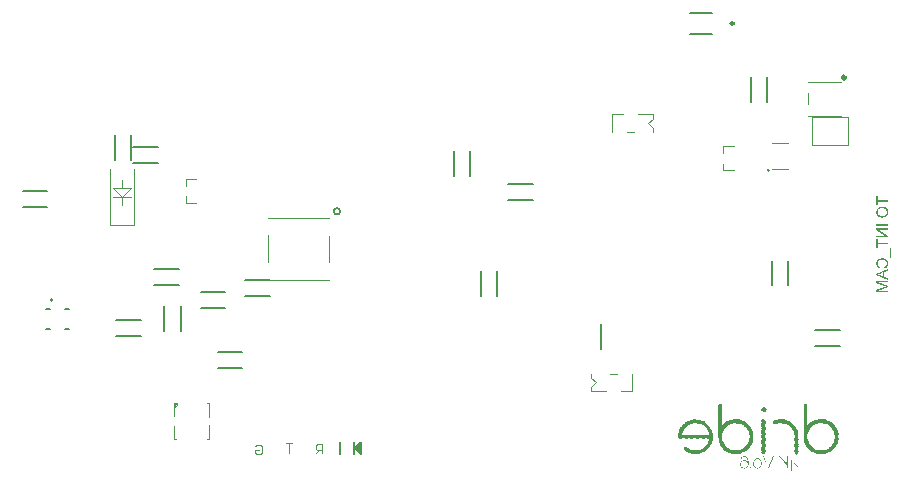
<source format=gbo>
G04*
G04 #@! TF.GenerationSoftware,Altium Limited,Altium Designer,22.2.1 (43)*
G04*
G04 Layer_Color=32896*
%FSLAX25Y25*%
%MOIN*%
G70*
G04*
G04 #@! TF.SameCoordinates,6C9F7B6B-14DB-4A3D-A1FA-6D2C2168172C*
G04*
G04*
G04 #@! TF.FilePolarity,Positive*
G04*
G01*
G75*
%ADD11C,0.00394*%
%ADD15C,0.00787*%
%ADD16C,0.00984*%
%ADD19C,0.00591*%
%ADD20C,0.00394*%
%ADD21C,0.00602*%
%ADD23C,0.01181*%
%ADD130C,0.00500*%
G36*
X261151Y23949D02*
X261293D01*
Y23807D01*
X261718D01*
Y23665D01*
X261859D01*
Y23524D01*
Y23382D01*
Y23241D01*
X262001D01*
Y23099D01*
X261859D01*
Y22957D01*
Y22816D01*
Y22674D01*
X261718D01*
Y22532D01*
X261576D01*
Y22391D01*
X261435D01*
Y22249D01*
X261293D01*
Y22391D01*
X261151D01*
Y22249D01*
X260726D01*
Y22391D01*
X260585D01*
Y22532D01*
X260301D01*
Y22674D01*
Y22816D01*
X260160D01*
Y22957D01*
Y23099D01*
Y23241D01*
X260301D01*
Y23382D01*
X260160D01*
Y23524D01*
X260301D01*
Y23665D01*
X260443D01*
Y23807D01*
X260585D01*
Y23949D01*
X260726D01*
Y24091D01*
X260868D01*
Y23949D01*
X261010D01*
Y24091D01*
X261151D01*
Y23949D01*
D02*
G37*
G36*
X267577Y19916D02*
X267719D01*
Y19774D01*
X267861D01*
Y19916D01*
X268002D01*
Y19774D01*
X268427D01*
Y19633D01*
X268569D01*
Y19491D01*
X268711D01*
Y19633D01*
X268852D01*
Y19491D01*
X269277D01*
Y19349D01*
X269419D01*
Y19208D01*
X269561D01*
Y19066D01*
X269702D01*
Y18924D01*
X269844D01*
Y19066D01*
X269986D01*
Y18924D01*
X270127D01*
Y18783D01*
X270269D01*
Y18641D01*
X270410D01*
Y18499D01*
X270552D01*
Y18358D01*
X270694D01*
Y18216D01*
X270835D01*
Y18074D01*
X270977D01*
Y17933D01*
X271119D01*
Y17791D01*
X271260D01*
Y17649D01*
X271402D01*
Y17508D01*
X271544D01*
Y17366D01*
Y17224D01*
X271685D01*
Y17083D01*
Y16941D01*
X271827D01*
Y16799D01*
X271969D01*
Y16658D01*
X272110D01*
Y16516D01*
X271969D01*
Y16375D01*
X272110D01*
Y16233D01*
X272252D01*
Y16091D01*
Y15949D01*
Y15808D01*
X272394D01*
Y15666D01*
X272252D01*
Y15525D01*
X272394D01*
Y15383D01*
Y15241D01*
Y15100D01*
X272535D01*
Y14958D01*
Y14816D01*
Y14675D01*
Y14533D01*
Y14391D01*
Y14250D01*
Y14108D01*
Y13966D01*
Y13825D01*
X272677D01*
Y13683D01*
X272535D01*
Y13541D01*
Y13400D01*
Y13258D01*
X272677D01*
Y13116D01*
X272535D01*
Y12975D01*
Y12833D01*
Y12691D01*
X272677D01*
Y12550D01*
X272535D01*
Y12408D01*
Y12267D01*
Y12125D01*
X272677D01*
Y11983D01*
X272535D01*
Y11841D01*
Y11700D01*
Y11558D01*
X272677D01*
Y11417D01*
X272535D01*
Y11275D01*
Y11133D01*
Y10992D01*
X272677D01*
Y10850D01*
X272535D01*
Y10708D01*
Y10567D01*
Y10425D01*
X272677D01*
Y10283D01*
X272535D01*
Y10142D01*
Y10000D01*
Y9858D01*
X272677D01*
Y9717D01*
X272535D01*
Y9575D01*
Y9433D01*
Y9292D01*
X272677D01*
Y9150D01*
X272535D01*
Y9008D01*
Y8867D01*
Y8725D01*
Y8584D01*
X272394D01*
Y8442D01*
Y8300D01*
X271969D01*
Y8158D01*
X271827D01*
Y8300D01*
X271402D01*
Y8442D01*
X271260D01*
Y8584D01*
Y8725D01*
Y8867D01*
X271119D01*
Y9008D01*
X271260D01*
Y9150D01*
X271119D01*
Y9292D01*
X271260D01*
Y9433D01*
X271119D01*
Y9575D01*
X271260D01*
Y9717D01*
X271119D01*
Y9858D01*
X271260D01*
Y10000D01*
X271119D01*
Y10142D01*
X271260D01*
Y10283D01*
X271119D01*
Y10425D01*
X271260D01*
Y10567D01*
X271119D01*
Y10708D01*
X271260D01*
Y10850D01*
X271119D01*
Y10992D01*
X271260D01*
Y11133D01*
X271119D01*
Y11275D01*
X271260D01*
Y11417D01*
X271119D01*
Y11558D01*
X271260D01*
Y11700D01*
X271119D01*
Y11841D01*
X271260D01*
Y11983D01*
X271119D01*
Y12125D01*
X271260D01*
Y12267D01*
X271119D01*
Y12408D01*
X271260D01*
Y12550D01*
X271119D01*
Y12691D01*
X271260D01*
Y12833D01*
X271119D01*
Y12975D01*
X271260D01*
Y13116D01*
X271119D01*
Y13258D01*
X271260D01*
Y13400D01*
X271119D01*
Y13541D01*
X271260D01*
Y13683D01*
X271119D01*
Y13825D01*
X271260D01*
Y13966D01*
X271119D01*
Y14108D01*
X271260D01*
Y14250D01*
X271119D01*
Y14391D01*
X271260D01*
Y14533D01*
X271119D01*
Y14675D01*
X271260D01*
Y14816D01*
X271119D01*
Y14958D01*
X271260D01*
Y15100D01*
X271119D01*
Y15241D01*
Y15383D01*
Y15525D01*
X270977D01*
Y15666D01*
X270835D01*
Y15808D01*
X270977D01*
Y15949D01*
X270835D01*
Y16091D01*
X270694D01*
Y16233D01*
X270552D01*
Y16375D01*
X270694D01*
Y16516D01*
X270552D01*
Y16658D01*
X270410D01*
Y16799D01*
X270269D01*
Y16941D01*
X270127D01*
Y17083D01*
X269986D01*
Y17224D01*
X269844D01*
Y17366D01*
X269702D01*
Y17508D01*
X269561D01*
Y17649D01*
X269419D01*
Y17791D01*
X269277D01*
Y17933D01*
X269135D01*
Y18074D01*
X268994D01*
Y17933D01*
X268852D01*
Y18074D01*
X268711D01*
Y18216D01*
X268569D01*
Y18358D01*
X268144D01*
Y18499D01*
X267719D01*
Y18641D01*
X267577D01*
Y18499D01*
X267436D01*
Y18641D01*
X267294D01*
Y18499D01*
X267152D01*
Y18641D01*
X266727D01*
Y18783D01*
X266586D01*
Y18641D01*
X266161D01*
Y18783D01*
X266019D01*
Y18641D01*
X266161D01*
Y18499D01*
X266019D01*
Y18641D01*
X265878D01*
Y18499D01*
X265736D01*
Y18641D01*
X265594D01*
Y18499D01*
X265169D01*
Y18358D01*
X265028D01*
Y18216D01*
X264886D01*
Y18358D01*
X264744D01*
Y18216D01*
X264319D01*
Y18358D01*
X264178D01*
Y18499D01*
X264036D01*
Y18641D01*
X263894D01*
Y18783D01*
Y18924D01*
Y19066D01*
X264036D01*
Y19208D01*
Y19349D01*
Y19491D01*
X264461D01*
Y19633D01*
X264886D01*
Y19774D01*
X265311D01*
Y19916D01*
X265453D01*
Y19774D01*
X265594D01*
Y19916D01*
X265736D01*
Y20057D01*
X265878D01*
Y19916D01*
X266019D01*
Y20057D01*
X266161D01*
Y19916D01*
X266302D01*
Y20057D01*
X266444D01*
Y19916D01*
X266586D01*
Y20057D01*
X266727D01*
Y19916D01*
X266869D01*
Y20057D01*
X267011D01*
Y19916D01*
X267152D01*
Y20057D01*
X267294D01*
Y19916D01*
X267436D01*
Y20057D01*
X267577D01*
Y19916D01*
D02*
G37*
G36*
X261061D02*
X261203D01*
Y19774D01*
X261486D01*
Y19633D01*
Y19491D01*
X261628D01*
Y19349D01*
X261486D01*
Y19208D01*
X261628D01*
Y19066D01*
X261486D01*
Y18924D01*
X261628D01*
Y18783D01*
X261486D01*
Y18641D01*
X261628D01*
Y18499D01*
X261486D01*
Y18358D01*
X261628D01*
Y18216D01*
X261486D01*
Y18074D01*
X261628D01*
Y17933D01*
X261486D01*
Y17791D01*
X261628D01*
Y17649D01*
X261486D01*
Y17508D01*
X261628D01*
Y17366D01*
X261486D01*
Y17224D01*
X261628D01*
Y17083D01*
X261486D01*
Y16941D01*
X261628D01*
Y16799D01*
X261486D01*
Y16658D01*
X261628D01*
Y16516D01*
X261486D01*
Y16375D01*
X261628D01*
Y16233D01*
X261486D01*
Y16091D01*
X261628D01*
Y15949D01*
X261486D01*
Y15808D01*
X261628D01*
Y15666D01*
X261486D01*
Y15525D01*
X261628D01*
Y15383D01*
X261486D01*
Y15241D01*
X261628D01*
Y15100D01*
X261486D01*
Y14958D01*
X261628D01*
Y14816D01*
X261486D01*
Y14675D01*
X261628D01*
Y14533D01*
X261486D01*
Y14391D01*
X261628D01*
Y14250D01*
X261486D01*
Y14108D01*
X261628D01*
Y13966D01*
X261486D01*
Y13825D01*
X261628D01*
Y13683D01*
X261486D01*
Y13541D01*
X261628D01*
Y13400D01*
X261486D01*
Y13258D01*
X261628D01*
Y13116D01*
X261486D01*
Y12975D01*
X261628D01*
Y12833D01*
X261486D01*
Y12691D01*
X261628D01*
Y12550D01*
X261486D01*
Y12408D01*
X261628D01*
Y12267D01*
X261486D01*
Y12125D01*
X261628D01*
Y11983D01*
X261486D01*
Y11841D01*
X261628D01*
Y11700D01*
X261486D01*
Y11558D01*
X261628D01*
Y11417D01*
X261486D01*
Y11275D01*
X261628D01*
Y11133D01*
X261486D01*
Y10992D01*
X261628D01*
Y10850D01*
X261486D01*
Y10708D01*
X261628D01*
Y10567D01*
X261486D01*
Y10425D01*
X261628D01*
Y10283D01*
X261486D01*
Y10142D01*
X261628D01*
Y10000D01*
X261486D01*
Y9858D01*
X261628D01*
Y9717D01*
X261486D01*
Y9575D01*
X261628D01*
Y9433D01*
X261486D01*
Y9292D01*
X261628D01*
Y9150D01*
X261486D01*
Y9008D01*
X261628D01*
Y8867D01*
X261486D01*
Y8725D01*
X261628D01*
Y8584D01*
X261486D01*
Y8442D01*
X261345D01*
Y8300D01*
X260636D01*
Y8442D01*
X260495D01*
Y8584D01*
X260353D01*
Y8725D01*
X260211D01*
Y8867D01*
Y9008D01*
Y9150D01*
X260353D01*
Y9292D01*
X260211D01*
Y9433D01*
Y9575D01*
Y9717D01*
X260353D01*
Y9858D01*
X260211D01*
Y10000D01*
Y10142D01*
Y10283D01*
X260353D01*
Y10425D01*
X260211D01*
Y10567D01*
Y10708D01*
Y10850D01*
X260353D01*
Y10992D01*
X260211D01*
Y11133D01*
X260353D01*
Y11275D01*
X260211D01*
Y11417D01*
X260353D01*
Y11558D01*
X260211D01*
Y11700D01*
Y11841D01*
Y11983D01*
X260353D01*
Y12125D01*
X260211D01*
Y12267D01*
Y12408D01*
Y12550D01*
X260353D01*
Y12691D01*
X260211D01*
Y12833D01*
Y12975D01*
Y13116D01*
X260353D01*
Y13258D01*
X260211D01*
Y13400D01*
X260353D01*
Y13541D01*
X260211D01*
Y13683D01*
X260353D01*
Y13825D01*
X260211D01*
Y13966D01*
Y14108D01*
Y14250D01*
X260353D01*
Y14391D01*
X260211D01*
Y14533D01*
Y14675D01*
Y14816D01*
X260353D01*
Y14958D01*
X260211D01*
Y15100D01*
Y15241D01*
Y15383D01*
X260353D01*
Y15525D01*
X260211D01*
Y15666D01*
X260353D01*
Y15808D01*
X260211D01*
Y15949D01*
X260353D01*
Y16091D01*
X260211D01*
Y16233D01*
Y16375D01*
Y16516D01*
X260353D01*
Y16658D01*
X260211D01*
Y16799D01*
Y16941D01*
Y17083D01*
X260353D01*
Y17224D01*
X260211D01*
Y17366D01*
Y17508D01*
Y17649D01*
X260353D01*
Y17791D01*
X260211D01*
Y17933D01*
X260353D01*
Y18074D01*
X260211D01*
Y18216D01*
X260353D01*
Y18358D01*
X260211D01*
Y18499D01*
Y18641D01*
Y18783D01*
X260353D01*
Y18924D01*
X260211D01*
Y19066D01*
Y19208D01*
Y19349D01*
X260353D01*
Y19491D01*
X260211D01*
Y19633D01*
X260353D01*
Y19774D01*
X260495D01*
Y19916D01*
X260636D01*
Y20057D01*
X260778D01*
Y19916D01*
X260920D01*
Y20057D01*
X261061D01*
Y19916D01*
D02*
G37*
G36*
X239105Y19774D02*
X239530D01*
Y19633D01*
X239671D01*
Y19774D01*
X239813D01*
Y19633D01*
X239955D01*
Y19491D01*
X240380D01*
Y19349D01*
X240521D01*
Y19491D01*
X240663D01*
Y19349D01*
X240805D01*
Y19208D01*
X241230D01*
Y19066D01*
Y18924D01*
X241513D01*
Y18783D01*
X241654D01*
Y18641D01*
X241796D01*
Y18499D01*
X241938D01*
Y18358D01*
X242221D01*
Y18216D01*
Y18074D01*
X242505D01*
Y17933D01*
Y17791D01*
X242646D01*
Y17649D01*
X242788D01*
Y17508D01*
X242929D01*
Y17366D01*
X243071D01*
Y17224D01*
X243213D01*
Y17083D01*
Y16941D01*
Y16799D01*
X243354D01*
Y16658D01*
X243496D01*
Y16516D01*
Y16375D01*
Y16233D01*
X243638D01*
Y16091D01*
X243779D01*
Y15949D01*
X243638D01*
Y15808D01*
X243779D01*
Y15666D01*
Y15525D01*
Y15383D01*
X243921D01*
Y15241D01*
Y15100D01*
Y14958D01*
X244063D01*
Y14816D01*
X243921D01*
Y14675D01*
X244063D01*
Y14533D01*
X243921D01*
Y14391D01*
X244063D01*
Y14250D01*
X243921D01*
Y14108D01*
X244063D01*
Y13966D01*
X243921D01*
Y13825D01*
X244063D01*
Y13683D01*
X243921D01*
Y13541D01*
X244063D01*
Y13400D01*
X243921D01*
Y13258D01*
Y13116D01*
Y12975D01*
Y12833D01*
Y12691D01*
X243779D01*
Y12550D01*
Y12408D01*
Y12267D01*
X243638D01*
Y12125D01*
X243779D01*
Y11983D01*
X243638D01*
Y11841D01*
X243496D01*
Y11700D01*
X243354D01*
Y11558D01*
X243496D01*
Y11417D01*
X243354D01*
Y11275D01*
X243213D01*
Y11133D01*
X243071D01*
Y10992D01*
Y10850D01*
X242929D01*
Y10708D01*
Y10567D01*
X242788D01*
Y10425D01*
X242646D01*
Y10283D01*
X242505D01*
Y10142D01*
X242363D01*
Y10000D01*
X242221D01*
Y9858D01*
X242079D01*
Y9717D01*
X241938D01*
Y9575D01*
X241796D01*
Y9433D01*
X241654D01*
Y9292D01*
X241513D01*
Y9433D01*
X241371D01*
Y9292D01*
X241513D01*
Y9150D01*
X241088D01*
Y9008D01*
X240946D01*
Y8867D01*
X240521D01*
Y8725D01*
X240380D01*
Y8584D01*
X239671D01*
Y8442D01*
X239530D01*
Y8300D01*
X239388D01*
Y8442D01*
X239246D01*
Y8300D01*
X239105D01*
Y8442D01*
X238963D01*
Y8300D01*
X237405D01*
Y8442D01*
X237263D01*
Y8300D01*
X237122D01*
Y8442D01*
X236697D01*
Y8584D01*
X235988D01*
Y8725D01*
X235847D01*
Y8867D01*
X235422D01*
Y9008D01*
X235280D01*
Y9150D01*
X234997D01*
Y9292D01*
Y9433D01*
X234572D01*
Y9575D01*
X234430D01*
Y9717D01*
X234289D01*
Y9858D01*
Y10000D01*
Y10142D01*
Y10283D01*
Y10425D01*
X234430D01*
Y10567D01*
X234572D01*
Y10708D01*
X234714D01*
Y10850D01*
X234855D01*
Y10708D01*
X234997D01*
Y10850D01*
X235138D01*
Y10708D01*
X235280D01*
Y10567D01*
X235422D01*
Y10425D01*
X235847D01*
Y10283D01*
X235988D01*
Y10142D01*
X236130D01*
Y10000D01*
X236272D01*
Y9858D01*
X236413D01*
Y10000D01*
X236555D01*
Y9858D01*
X236980D01*
Y9717D01*
X237122D01*
Y9575D01*
X237263D01*
Y9717D01*
X237405D01*
Y9575D01*
X238963D01*
Y9717D01*
X239105D01*
Y9575D01*
X239246D01*
Y9717D01*
X239671D01*
Y9858D01*
X240096D01*
Y10000D01*
X240238D01*
Y10142D01*
X240663D01*
Y10283D01*
X240805D01*
Y10425D01*
X240946D01*
Y10567D01*
X241088D01*
Y10708D01*
X241230D01*
Y10850D01*
X241371D01*
Y10992D01*
X241654D01*
Y11133D01*
Y11275D01*
X241796D01*
Y11417D01*
X241938D01*
Y11558D01*
X242079D01*
Y11700D01*
X242221D01*
Y11841D01*
X242363D01*
Y11983D01*
X242221D01*
Y12125D01*
X242363D01*
Y12267D01*
X242505D01*
Y12408D01*
Y12550D01*
Y12691D01*
X242646D01*
Y12833D01*
Y12975D01*
Y13116D01*
X242788D01*
Y13258D01*
Y13400D01*
X242505D01*
Y13541D01*
X242363D01*
Y13400D01*
X242221D01*
Y13541D01*
X242079D01*
Y13400D01*
X241938D01*
Y13541D01*
X241796D01*
Y13400D01*
X241654D01*
Y13541D01*
X241513D01*
Y13400D01*
X241371D01*
Y13541D01*
X241230D01*
Y13400D01*
X241088D01*
Y13541D01*
X240946D01*
Y13400D01*
X240805D01*
Y13541D01*
X240663D01*
Y13400D01*
X240521D01*
Y13541D01*
X240380D01*
Y13400D01*
X240238D01*
Y13541D01*
X240096D01*
Y13400D01*
X239955D01*
Y13541D01*
X239813D01*
Y13400D01*
X239671D01*
Y13541D01*
X239530D01*
Y13400D01*
X239388D01*
Y13541D01*
X239246D01*
Y13400D01*
X239105D01*
Y13541D01*
X238963D01*
Y13400D01*
X238822D01*
Y13541D01*
X238680D01*
Y13400D01*
X238538D01*
Y13541D01*
X238397D01*
Y13400D01*
X238255D01*
Y13541D01*
X238113D01*
Y13400D01*
X237971D01*
Y13541D01*
X237830D01*
Y13400D01*
X237688D01*
Y13541D01*
X237547D01*
Y13400D01*
X237405D01*
Y13541D01*
X237263D01*
Y13400D01*
X237122D01*
Y13541D01*
X236980D01*
Y13400D01*
X236838D01*
Y13541D01*
X236697D01*
Y13400D01*
X236555D01*
Y13541D01*
X236413D01*
Y13400D01*
X236272D01*
Y13541D01*
X236130D01*
Y13400D01*
X235988D01*
Y13541D01*
X235847D01*
Y13400D01*
X235705D01*
Y13541D01*
X235563D01*
Y13400D01*
X235422D01*
Y13541D01*
X235280D01*
Y13400D01*
X235138D01*
Y13541D01*
X234997D01*
Y13400D01*
X234855D01*
Y13541D01*
X234714D01*
Y13400D01*
X234572D01*
Y13541D01*
X234430D01*
Y13400D01*
X234289D01*
Y13541D01*
X234147D01*
Y13400D01*
X234005D01*
Y13541D01*
X233863D01*
Y13400D01*
X233722D01*
Y13541D01*
X233580D01*
Y13400D01*
X233439D01*
Y13541D01*
X233297D01*
Y13400D01*
X233155D01*
Y13541D01*
X233014D01*
Y13400D01*
X232872D01*
Y13541D01*
X232730D01*
Y13683D01*
X232589D01*
Y13825D01*
X232447D01*
Y13966D01*
X232305D01*
Y14108D01*
X232447D01*
Y14250D01*
X232305D01*
Y14391D01*
X232447D01*
Y14533D01*
X232305D01*
Y14675D01*
X232447D01*
Y14816D01*
X232305D01*
Y14958D01*
X232447D01*
Y15100D01*
Y15241D01*
Y15383D01*
X232589D01*
Y15525D01*
Y15666D01*
Y15808D01*
X232730D01*
Y15949D01*
Y16091D01*
Y16233D01*
X232872D01*
Y16375D01*
Y16516D01*
Y16658D01*
X233014D01*
Y16799D01*
X233155D01*
Y16941D01*
X233297D01*
Y17083D01*
X233155D01*
Y17224D01*
X233297D01*
Y17366D01*
X233439D01*
Y17508D01*
X233580D01*
Y17649D01*
X233722D01*
Y17791D01*
X233863D01*
Y17933D01*
X234005D01*
Y18074D01*
X234147D01*
Y18216D01*
X234289D01*
Y18358D01*
X234430D01*
Y18499D01*
X234572D01*
Y18641D01*
X234714D01*
Y18783D01*
X234855D01*
Y18924D01*
X235280D01*
Y19066D01*
X235422D01*
Y19208D01*
X235563D01*
Y19349D01*
X235705D01*
Y19491D01*
X235847D01*
Y19349D01*
X235988D01*
Y19491D01*
X236413D01*
Y19633D01*
X236555D01*
Y19774D01*
X236697D01*
Y19633D01*
X236838D01*
Y19774D01*
X237263D01*
Y19916D01*
X237405D01*
Y19774D01*
X237547D01*
Y19916D01*
X237688D01*
Y19774D01*
X237830D01*
Y19916D01*
X237971D01*
Y19774D01*
X238113D01*
Y19916D01*
X238255D01*
Y19774D01*
X238397D01*
Y19916D01*
X238538D01*
Y19774D01*
X238680D01*
Y19916D01*
X238822D01*
Y19774D01*
X238963D01*
Y19916D01*
X239105D01*
Y19774D01*
D02*
G37*
G36*
X246613Y25015D02*
X246754D01*
Y24874D01*
X246896D01*
Y24732D01*
X247037D01*
Y24590D01*
X247179D01*
Y24449D01*
X247037D01*
Y24307D01*
X247179D01*
Y24166D01*
X247037D01*
Y24024D01*
X247179D01*
Y23882D01*
X247037D01*
Y23741D01*
X247179D01*
Y23599D01*
X247037D01*
Y23457D01*
X247179D01*
Y23315D01*
X247037D01*
Y23174D01*
X247179D01*
Y23032D01*
X247037D01*
Y22891D01*
X247179D01*
Y22749D01*
X247037D01*
Y22607D01*
X247179D01*
Y22466D01*
X247037D01*
Y22324D01*
X247179D01*
Y22182D01*
X247037D01*
Y22041D01*
X247179D01*
Y21899D01*
X247037D01*
Y21757D01*
X247179D01*
Y21616D01*
X247037D01*
Y21474D01*
X247179D01*
Y21332D01*
X247037D01*
Y21191D01*
X247179D01*
Y21049D01*
X247037D01*
Y20907D01*
X247179D01*
Y20766D01*
X247037D01*
Y20624D01*
X247179D01*
Y20482D01*
X247037D01*
Y20341D01*
X247179D01*
Y20199D01*
X247037D01*
Y20057D01*
X247179D01*
Y19916D01*
X247037D01*
Y19774D01*
X247179D01*
Y19633D01*
X247037D01*
Y19491D01*
X247179D01*
Y19349D01*
X247037D01*
Y19208D01*
X247179D01*
Y19066D01*
X247037D01*
Y18924D01*
X247179D01*
Y18783D01*
X247037D01*
Y18641D01*
X247179D01*
Y18499D01*
X247037D01*
Y18358D01*
X247179D01*
Y18216D01*
X247037D01*
Y18074D01*
X247179D01*
Y17933D01*
X247321D01*
Y18074D01*
X247462D01*
Y18216D01*
Y18358D01*
X247746D01*
Y18499D01*
X247887D01*
Y18641D01*
X248029D01*
Y18783D01*
X248171D01*
Y18924D01*
X248312D01*
Y19066D01*
X248454D01*
Y19208D01*
X248596D01*
Y19066D01*
X248737D01*
Y19208D01*
X248879D01*
Y19349D01*
X249021D01*
Y19491D01*
X249446D01*
Y19633D01*
X249870D01*
Y19774D01*
X250295D01*
Y19916D01*
X250437D01*
Y19774D01*
X250579D01*
Y19916D01*
X250720D01*
Y19774D01*
X250862D01*
Y19916D01*
X251004D01*
Y20057D01*
X251145D01*
Y19916D01*
X251287D01*
Y20057D01*
X251429D01*
Y19916D01*
X251570D01*
Y20057D01*
X251712D01*
Y19916D01*
X251854D01*
Y20057D01*
X251995D01*
Y19916D01*
X252137D01*
Y20057D01*
X252279D01*
Y19916D01*
X252704D01*
Y19774D01*
X252845D01*
Y19916D01*
X252987D01*
Y19774D01*
X253412D01*
Y19633D01*
X253554D01*
Y19774D01*
X253695D01*
Y19633D01*
X253837D01*
Y19491D01*
X254262D01*
Y19349D01*
X254403D01*
Y19208D01*
X254828D01*
Y19066D01*
X254970D01*
Y18924D01*
X255112D01*
Y18783D01*
X255253D01*
Y18641D01*
X255395D01*
Y18499D01*
X255537D01*
Y18358D01*
X255678D01*
Y18216D01*
X255820D01*
Y18074D01*
X255962D01*
Y17933D01*
X256103D01*
Y17791D01*
X256245D01*
Y17649D01*
X256387D01*
Y17508D01*
X256528D01*
Y17366D01*
Y17224D01*
X256812D01*
Y17083D01*
X256670D01*
Y16941D01*
X256812D01*
Y16799D01*
X256953D01*
Y16658D01*
X257095D01*
Y16516D01*
X256953D01*
Y16375D01*
X257095D01*
Y16233D01*
Y16091D01*
X257237D01*
Y15949D01*
Y15808D01*
X257378D01*
Y15666D01*
X257237D01*
Y15525D01*
X257378D01*
Y15383D01*
Y15241D01*
Y15100D01*
X257520D01*
Y14958D01*
X257378D01*
Y14816D01*
X257520D01*
Y14675D01*
Y14533D01*
Y14391D01*
Y14250D01*
Y14108D01*
Y13966D01*
Y13825D01*
Y13683D01*
Y13541D01*
Y13400D01*
Y13258D01*
X257378D01*
Y13116D01*
Y12975D01*
Y12833D01*
X257237D01*
Y12691D01*
X257378D01*
Y12550D01*
X257237D01*
Y12408D01*
Y12267D01*
Y12125D01*
X257095D01*
Y11983D01*
Y11841D01*
Y11700D01*
X256953D01*
Y11558D01*
Y11417D01*
X256812D01*
Y11275D01*
Y11133D01*
X256670D01*
Y10992D01*
X256528D01*
Y10850D01*
X256387D01*
Y10708D01*
X256528D01*
Y10567D01*
X256245D01*
Y10425D01*
Y10283D01*
X256103D01*
Y10142D01*
X255962D01*
Y10000D01*
X255820D01*
Y9858D01*
X255678D01*
Y9717D01*
X255537D01*
Y9575D01*
X255395D01*
Y9433D01*
X254970D01*
Y9292D01*
X254828D01*
Y9150D01*
X254687D01*
Y9008D01*
X254545D01*
Y8867D01*
X254120D01*
Y8725D01*
X253978D01*
Y8867D01*
X253837D01*
Y8725D01*
X253978D01*
Y8584D01*
X253270D01*
Y8442D01*
X253129D01*
Y8300D01*
X252987D01*
Y8442D01*
X252845D01*
Y8300D01*
X250437D01*
Y8442D01*
X250295D01*
Y8300D01*
X250154D01*
Y8442D01*
X250012D01*
Y8584D01*
X249587D01*
Y8725D01*
X249446D01*
Y8867D01*
X249304D01*
Y8725D01*
X249446D01*
Y8584D01*
X249304D01*
Y8725D01*
X249162D01*
Y8867D01*
X248737D01*
Y9008D01*
X248596D01*
Y9150D01*
X248454D01*
Y9292D01*
X248312D01*
Y9433D01*
X247887D01*
Y9575D01*
Y9717D01*
X247604D01*
Y9858D01*
X247462D01*
Y10000D01*
X247321D01*
Y10142D01*
Y10283D01*
X247037D01*
Y10425D01*
X247179D01*
Y10567D01*
X246896D01*
Y10708D01*
Y10850D01*
X246754D01*
Y10992D01*
X246613D01*
Y11133D01*
X246471D01*
Y11275D01*
Y11417D01*
Y11558D01*
X246329D01*
Y11700D01*
X246187D01*
Y11841D01*
X246329D01*
Y11983D01*
X246187D01*
Y12125D01*
X246046D01*
Y12267D01*
Y12408D01*
Y12550D01*
X245904D01*
Y12691D01*
X246046D01*
Y12833D01*
X245904D01*
Y12975D01*
Y13116D01*
Y13258D01*
X245762D01*
Y13400D01*
X245904D01*
Y13541D01*
X245762D01*
Y13683D01*
Y13825D01*
Y13966D01*
Y14108D01*
Y14250D01*
Y14391D01*
Y14533D01*
Y14675D01*
Y14816D01*
Y14958D01*
Y15100D01*
Y15241D01*
Y15383D01*
Y15525D01*
Y15666D01*
Y15808D01*
Y15949D01*
Y16091D01*
Y16233D01*
Y16375D01*
Y16516D01*
Y16658D01*
Y16799D01*
Y16941D01*
Y17083D01*
Y17224D01*
Y17366D01*
Y17508D01*
Y17649D01*
Y17791D01*
Y17933D01*
Y18074D01*
Y18216D01*
Y18358D01*
Y18499D01*
Y18641D01*
Y18783D01*
Y18924D01*
Y19066D01*
Y19208D01*
Y19349D01*
Y19491D01*
Y19633D01*
Y19774D01*
Y19916D01*
Y20057D01*
Y20199D01*
Y20341D01*
Y20482D01*
Y20624D01*
Y20766D01*
Y20907D01*
Y21049D01*
Y21191D01*
Y21332D01*
Y21474D01*
Y21616D01*
Y21757D01*
Y21899D01*
Y22041D01*
Y22182D01*
Y22324D01*
Y22466D01*
Y22607D01*
Y22749D01*
Y22891D01*
Y23032D01*
Y23174D01*
Y23315D01*
Y23457D01*
Y23599D01*
Y23741D01*
Y23882D01*
Y24024D01*
Y24166D01*
Y24307D01*
Y24449D01*
Y24590D01*
X245904D01*
Y24732D01*
Y24874D01*
X246329D01*
Y25015D01*
X246471D01*
Y25157D01*
X246613D01*
Y25015D01*
D02*
G37*
G36*
X277777Y8584D02*
X277635D01*
Y8725D01*
X277777D01*
Y8584D01*
D02*
G37*
G36*
X274943Y25015D02*
X275085D01*
Y24874D01*
X275368D01*
Y24732D01*
Y24590D01*
X275510D01*
Y24449D01*
Y24307D01*
Y24166D01*
Y24024D01*
Y23882D01*
Y23741D01*
Y23599D01*
Y23457D01*
Y23315D01*
Y23174D01*
Y23032D01*
Y22891D01*
Y22749D01*
Y22607D01*
Y22466D01*
Y22324D01*
Y22182D01*
Y22041D01*
Y21899D01*
Y21757D01*
Y21616D01*
Y21474D01*
Y21332D01*
Y21191D01*
Y21049D01*
Y20907D01*
Y20766D01*
Y20624D01*
Y20482D01*
Y20341D01*
Y20199D01*
Y20057D01*
Y19916D01*
Y19774D01*
Y19633D01*
Y19491D01*
Y19349D01*
Y19208D01*
Y19066D01*
Y18924D01*
Y18783D01*
Y18641D01*
Y18499D01*
Y18358D01*
Y18216D01*
Y18074D01*
Y17933D01*
X275652D01*
Y18074D01*
X275793D01*
Y18216D01*
X275935D01*
Y18358D01*
X276077D01*
Y18499D01*
X276218D01*
Y18641D01*
X276360D01*
Y18783D01*
X276502D01*
Y18924D01*
X276926D01*
Y19066D01*
X277068D01*
Y19208D01*
X277210D01*
Y19349D01*
X277351D01*
Y19491D01*
X277777D01*
Y19633D01*
X277918D01*
Y19491D01*
X278060D01*
Y19633D01*
X278201D01*
Y19774D01*
X278626D01*
Y19916D01*
X278768D01*
Y19774D01*
X278910D01*
Y19916D01*
X279051D01*
Y19774D01*
X279193D01*
Y19916D01*
X279335D01*
Y20057D01*
X279476D01*
Y19916D01*
X279618D01*
Y20057D01*
X279760D01*
Y19916D01*
X279901D01*
Y20057D01*
X280043D01*
Y19916D01*
X280185D01*
Y20057D01*
X280326D01*
Y19916D01*
X280468D01*
Y20057D01*
X280610D01*
Y19916D01*
X280751D01*
Y20057D01*
X280893D01*
Y19916D01*
X281034D01*
Y20057D01*
X281176D01*
Y19916D01*
X281318D01*
Y19774D01*
X281459D01*
Y19916D01*
X281601D01*
Y19774D01*
X282026D01*
Y19633D01*
X282168D01*
Y19491D01*
X282309D01*
Y19633D01*
X282451D01*
Y19491D01*
X282593D01*
Y19349D01*
X282734D01*
Y19491D01*
X282876D01*
Y19349D01*
X283018D01*
Y19208D01*
X283159D01*
Y19066D01*
X283301D01*
Y18924D01*
X283726D01*
Y18783D01*
X283868D01*
Y18641D01*
X284009D01*
Y18499D01*
X284151D01*
Y18358D01*
X284293D01*
Y18216D01*
X284434D01*
Y18074D01*
X284576D01*
Y17933D01*
X284717D01*
Y17791D01*
X284859D01*
Y17649D01*
X284717D01*
Y17508D01*
X284859D01*
Y17366D01*
X285001D01*
Y17224D01*
X285142D01*
Y17083D01*
X285284D01*
Y16941D01*
X285426D01*
Y16799D01*
X285284D01*
Y16658D01*
X285426D01*
Y16516D01*
X285567D01*
Y16375D01*
Y16233D01*
Y16091D01*
X285709D01*
Y15949D01*
Y15808D01*
Y15666D01*
X285851D01*
Y15525D01*
Y15383D01*
Y15241D01*
X285992D01*
Y15100D01*
X285851D01*
Y14958D01*
X285992D01*
Y14816D01*
X285851D01*
Y14675D01*
X285992D01*
Y14533D01*
X285851D01*
Y14391D01*
X285992D01*
Y14250D01*
X285851D01*
Y14108D01*
X285992D01*
Y13966D01*
X285851D01*
Y13825D01*
X285992D01*
Y13683D01*
X285851D01*
Y13541D01*
X285992D01*
Y13400D01*
X285851D01*
Y13258D01*
X285992D01*
Y13116D01*
X285851D01*
Y12975D01*
Y12833D01*
Y12691D01*
X285709D01*
Y12550D01*
Y12408D01*
Y12267D01*
X285567D01*
Y12125D01*
X285709D01*
Y11983D01*
X285567D01*
Y11841D01*
X285426D01*
Y11700D01*
Y11558D01*
Y11417D01*
X285284D01*
Y11275D01*
X285142D01*
Y11133D01*
X285001D01*
Y10992D01*
X285142D01*
Y10850D01*
X285001D01*
Y10708D01*
X284859D01*
Y10567D01*
X284717D01*
Y10425D01*
X284576D01*
Y10283D01*
X284434D01*
Y10142D01*
X284293D01*
Y10000D01*
X284151D01*
Y9858D01*
X284009D01*
Y9717D01*
X283868D01*
Y9575D01*
X283726D01*
Y9433D01*
X283584D01*
Y9292D01*
X283443D01*
Y9150D01*
X283018D01*
Y9008D01*
X282876D01*
Y8867D01*
X282451D01*
Y8725D01*
X282309D01*
Y8584D01*
X281885D01*
Y8442D01*
X281459D01*
Y8300D01*
X278768D01*
Y8442D01*
X278626D01*
Y8300D01*
X278485D01*
Y8442D01*
X278343D01*
Y8584D01*
X277918D01*
Y8725D01*
X277777D01*
Y8867D01*
X277351D01*
Y9008D01*
X276926D01*
Y9150D01*
X276785D01*
Y9292D01*
X276643D01*
Y9433D01*
X276502D01*
Y9575D01*
X276360D01*
Y9717D01*
X276077D01*
Y9858D01*
Y10000D01*
X275935D01*
Y10142D01*
X275793D01*
Y10283D01*
X275652D01*
Y10425D01*
X275510D01*
Y10567D01*
X275368D01*
Y10708D01*
X275227D01*
Y10850D01*
X275085D01*
Y10992D01*
Y11133D01*
X274943D01*
Y11275D01*
Y11417D01*
X274802D01*
Y11558D01*
Y11700D01*
X274660D01*
Y11841D01*
Y11983D01*
X274518D01*
Y12125D01*
Y12267D01*
Y12408D01*
X274377D01*
Y12550D01*
Y12691D01*
Y12833D01*
X274235D01*
Y12975D01*
X274377D01*
Y13116D01*
X274235D01*
Y13258D01*
X274377D01*
Y13400D01*
X274235D01*
Y13541D01*
Y13683D01*
Y13825D01*
X274377D01*
Y13966D01*
X274235D01*
Y14108D01*
Y14250D01*
Y14391D01*
X274377D01*
Y14533D01*
X274235D01*
Y14675D01*
Y14816D01*
Y14958D01*
X274377D01*
Y15100D01*
X274235D01*
Y15241D01*
Y15383D01*
Y15525D01*
X274377D01*
Y15666D01*
X274235D01*
Y15808D01*
Y15949D01*
Y16091D01*
X274377D01*
Y16233D01*
X274235D01*
Y16375D01*
Y16516D01*
Y16658D01*
X274377D01*
Y16799D01*
X274235D01*
Y16941D01*
Y17083D01*
Y17224D01*
X274377D01*
Y17366D01*
X274235D01*
Y17508D01*
Y17649D01*
Y17791D01*
X274377D01*
Y17933D01*
X274235D01*
Y18074D01*
Y18216D01*
Y18358D01*
X274377D01*
Y18499D01*
X274235D01*
Y18641D01*
Y18783D01*
Y18924D01*
X274377D01*
Y19066D01*
X274235D01*
Y19208D01*
Y19349D01*
Y19491D01*
X274377D01*
Y19633D01*
X274235D01*
Y19774D01*
Y19916D01*
Y20057D01*
X274377D01*
Y20199D01*
X274235D01*
Y20341D01*
Y20482D01*
Y20624D01*
X274377D01*
Y20766D01*
X274235D01*
Y20907D01*
Y21049D01*
Y21191D01*
X274377D01*
Y21332D01*
X274235D01*
Y21474D01*
Y21616D01*
Y21757D01*
X274377D01*
Y21899D01*
X274235D01*
Y22041D01*
Y22182D01*
Y22324D01*
X274377D01*
Y22466D01*
X274235D01*
Y22607D01*
Y22749D01*
Y22891D01*
X274377D01*
Y23032D01*
X274235D01*
Y23174D01*
Y23315D01*
Y23457D01*
X274377D01*
Y23599D01*
X274235D01*
Y23741D01*
Y23882D01*
Y24024D01*
X274377D01*
Y24166D01*
X274235D01*
Y24307D01*
Y24449D01*
Y24590D01*
X274377D01*
Y24732D01*
Y24874D01*
X274660D01*
Y25015D01*
X274802D01*
Y25157D01*
X274943D01*
Y25015D01*
D02*
G37*
G36*
X298994Y92997D02*
X302376D01*
Y92490D01*
X298994D01*
Y91221D01*
X298543D01*
Y94260D01*
X298994D01*
Y92997D01*
D02*
G37*
G36*
X300604Y90853D02*
X300695Y90847D01*
X300784Y90836D01*
X300872Y90822D01*
X300955Y90806D01*
X301033Y90786D01*
X301108Y90767D01*
X301177Y90745D01*
X301241Y90725D01*
X301296Y90706D01*
X301346Y90687D01*
X301387Y90670D01*
X301423Y90656D01*
X301448Y90645D01*
X301462Y90640D01*
X301468Y90637D01*
X301551Y90592D01*
X301628Y90545D01*
X301700Y90496D01*
X301770Y90443D01*
X301833Y90390D01*
X301892Y90338D01*
X301944Y90282D01*
X301994Y90232D01*
X302036Y90183D01*
X302074Y90138D01*
X302105Y90097D01*
X302133Y90061D01*
X302152Y90033D01*
X302169Y90011D01*
X302177Y89997D01*
X302180Y89991D01*
X302227Y89911D01*
X302266Y89828D01*
X302302Y89742D01*
X302329Y89659D01*
X302354Y89579D01*
X302376Y89498D01*
X302393Y89421D01*
X302407Y89346D01*
X302418Y89280D01*
X302426Y89216D01*
X302432Y89160D01*
X302434Y89113D01*
X302437Y89074D01*
X302440Y89047D01*
Y89022D01*
X302437Y88930D01*
X302429Y88839D01*
X302418Y88750D01*
X302404Y88667D01*
X302385Y88584D01*
X302365Y88510D01*
X302343Y88437D01*
X302321Y88368D01*
X302302Y88307D01*
X302279Y88255D01*
X302260Y88208D01*
X302241Y88166D01*
X302227Y88135D01*
X302216Y88111D01*
X302207Y88097D01*
X302205Y88091D01*
X302157Y88014D01*
X302108Y87939D01*
X302052Y87870D01*
X301997Y87803D01*
X301939Y87745D01*
X301881Y87690D01*
X301825Y87640D01*
X301770Y87595D01*
X301717Y87557D01*
X301667Y87521D01*
X301623Y87490D01*
X301584Y87468D01*
X301554Y87449D01*
X301529Y87435D01*
X301515Y87426D01*
X301509Y87424D01*
X301421Y87382D01*
X301332Y87346D01*
X301243Y87316D01*
X301152Y87288D01*
X301063Y87266D01*
X300977Y87246D01*
X300894Y87230D01*
X300814Y87219D01*
X300742Y87208D01*
X300673Y87199D01*
X300615Y87196D01*
X300565Y87191D01*
X300523D01*
X300504Y87188D01*
X300490D01*
X300479D01*
X300471D01*
X300468D01*
X300465D01*
X300360Y87191D01*
X300257Y87196D01*
X300157Y87208D01*
X300063Y87224D01*
X299972Y87241D01*
X299889Y87260D01*
X299809Y87280D01*
X299736Y87299D01*
X299670Y87321D01*
X299612Y87340D01*
X299559Y87360D01*
X299518Y87376D01*
X299482Y87390D01*
X299457Y87401D01*
X299443Y87410D01*
X299437Y87413D01*
X299354Y87457D01*
X299277Y87504D01*
X299205Y87557D01*
X299135Y87609D01*
X299072Y87662D01*
X299013Y87717D01*
X298961Y87770D01*
X298914Y87823D01*
X298872Y87872D01*
X298833Y87917D01*
X298803Y87958D01*
X298778Y87994D01*
X298756Y88022D01*
X298742Y88044D01*
X298734Y88058D01*
X298731Y88064D01*
X298687Y88144D01*
X298648Y88227D01*
X298612Y88310D01*
X298584Y88393D01*
X298559Y88473D01*
X298537Y88554D01*
X298520Y88631D01*
X298507Y88703D01*
X298498Y88770D01*
X298490Y88831D01*
X298484Y88886D01*
X298479Y88933D01*
Y88969D01*
X298476Y88997D01*
Y89022D01*
X298479Y89097D01*
X298482Y89169D01*
X298490Y89241D01*
X298498Y89310D01*
X298526Y89443D01*
X298559Y89570D01*
X298601Y89687D01*
X298648Y89795D01*
X298695Y89894D01*
X298745Y89986D01*
X298797Y90066D01*
X298845Y90138D01*
X298892Y90199D01*
X298930Y90249D01*
X298966Y90291D01*
X298980Y90307D01*
X298994Y90318D01*
X299002Y90329D01*
X299011Y90338D01*
X299013Y90340D01*
X299016Y90343D01*
X299069Y90390D01*
X299122Y90435D01*
X299177Y90473D01*
X299235Y90512D01*
X299354Y90581D01*
X299476Y90640D01*
X299601Y90689D01*
X299725Y90731D01*
X299847Y90764D01*
X299966Y90792D01*
X300077Y90811D01*
X300180Y90828D01*
X300227Y90833D01*
X300271Y90839D01*
X300313Y90845D01*
X300351Y90847D01*
X300387Y90850D01*
X300418Y90853D01*
X300446D01*
X300468Y90856D01*
X300484D01*
X300498D01*
X300507D01*
X300509D01*
X300604Y90853D01*
D02*
G37*
G36*
X302376Y84454D02*
X298543D01*
Y84961D01*
X302376D01*
Y84454D01*
D02*
G37*
G36*
Y83078D02*
X299368D01*
X302376Y81069D01*
Y80546D01*
X298543D01*
Y81033D01*
X301554D01*
X298543Y83044D01*
Y83565D01*
X302376D01*
Y83078D01*
D02*
G37*
G36*
X298994Y78717D02*
X302376D01*
Y78211D01*
X298994D01*
Y76942D01*
X298543D01*
Y79981D01*
X298994D01*
Y78717D01*
D02*
G37*
G36*
X303440Y73795D02*
X303099D01*
Y76914D01*
X303440D01*
Y73795D01*
D02*
G37*
G36*
X300534Y73588D02*
X300634Y73582D01*
X300731Y73571D01*
X300822Y73560D01*
X300914Y73543D01*
X300997Y73527D01*
X301077Y73507D01*
X301152Y73488D01*
X301218Y73471D01*
X301279Y73452D01*
X301332Y73435D01*
X301376Y73418D01*
X301412Y73407D01*
X301437Y73396D01*
X301454Y73391D01*
X301457Y73388D01*
X301459D01*
X301545Y73349D01*
X301628Y73305D01*
X301703Y73258D01*
X301775Y73211D01*
X301839Y73161D01*
X301900Y73111D01*
X301953Y73064D01*
X302002Y73017D01*
X302047Y72973D01*
X302083Y72931D01*
X302116Y72895D01*
X302141Y72862D01*
X302160Y72834D01*
X302177Y72815D01*
X302185Y72804D01*
X302188Y72798D01*
X302232Y72723D01*
X302271Y72643D01*
X302304Y72560D01*
X302335Y72477D01*
X302357Y72394D01*
X302379Y72308D01*
X302396Y72227D01*
X302410Y72147D01*
X302418Y72075D01*
X302426Y72006D01*
X302432Y71945D01*
X302437Y71892D01*
Y71851D01*
X302440Y71831D01*
Y71790D01*
X302437Y71679D01*
X302426Y71574D01*
X302410Y71474D01*
X302390Y71377D01*
X302365Y71288D01*
X302338Y71205D01*
X302307Y71128D01*
X302277Y71058D01*
X302246Y70995D01*
X302216Y70939D01*
X302188Y70890D01*
X302163Y70851D01*
X302144Y70818D01*
X302127Y70795D01*
X302116Y70781D01*
X302113Y70776D01*
X302047Y70701D01*
X301977Y70632D01*
X301903Y70568D01*
X301825Y70510D01*
X301745Y70457D01*
X301667Y70410D01*
X301590Y70369D01*
X301512Y70333D01*
X301440Y70300D01*
X301374Y70272D01*
X301315Y70250D01*
X301263Y70230D01*
X301221Y70216D01*
X301202Y70211D01*
X301188Y70208D01*
X301177Y70205D01*
X301169Y70202D01*
X301163Y70200D01*
X301160D01*
X301033Y70707D01*
X301121Y70729D01*
X301202Y70754D01*
X301279Y70781D01*
X301349Y70815D01*
X301415Y70845D01*
X301476Y70881D01*
X301529Y70914D01*
X301578Y70948D01*
X301620Y70978D01*
X301659Y71009D01*
X301689Y71036D01*
X301714Y71061D01*
X301736Y71081D01*
X301750Y71095D01*
X301759Y71106D01*
X301761Y71108D01*
X301803Y71166D01*
X301842Y71225D01*
X301875Y71286D01*
X301903Y71347D01*
X301925Y71408D01*
X301944Y71468D01*
X301961Y71527D01*
X301975Y71582D01*
X301986Y71632D01*
X301991Y71682D01*
X301997Y71723D01*
X302002Y71759D01*
Y71790D01*
X302005Y71812D01*
Y71831D01*
X302002Y71895D01*
X301997Y71959D01*
X301989Y72020D01*
X301977Y72081D01*
X301964Y72136D01*
X301947Y72191D01*
X301933Y72241D01*
X301914Y72288D01*
X301897Y72330D01*
X301883Y72369D01*
X301867Y72402D01*
X301853Y72430D01*
X301842Y72452D01*
X301833Y72468D01*
X301828Y72479D01*
X301825Y72482D01*
X301789Y72538D01*
X301750Y72588D01*
X301709Y72635D01*
X301664Y72679D01*
X301620Y72718D01*
X301573Y72754D01*
X301529Y72787D01*
X301487Y72817D01*
X301446Y72842D01*
X301407Y72865D01*
X301371Y72884D01*
X301340Y72898D01*
X301315Y72912D01*
X301299Y72920D01*
X301285Y72923D01*
X301282Y72926D01*
X301213Y72950D01*
X301141Y72973D01*
X301069Y72992D01*
X300994Y73006D01*
X300853Y73033D01*
X300784Y73042D01*
X300717Y73050D01*
X300659Y73056D01*
X300604Y73058D01*
X300554Y73061D01*
X300512Y73064D01*
X300476Y73067D01*
X300451D01*
X300434D01*
X300429D01*
X300357Y73064D01*
X300288Y73061D01*
X300155Y73047D01*
X300091Y73039D01*
X300030Y73028D01*
X299972Y73017D01*
X299919Y73006D01*
X299869Y72995D01*
X299825Y72986D01*
X299786Y72975D01*
X299753Y72967D01*
X299728Y72959D01*
X299709Y72953D01*
X299695Y72948D01*
X299692D01*
X299626Y72923D01*
X299565Y72895D01*
X299507Y72865D01*
X299454Y72831D01*
X299401Y72798D01*
X299354Y72765D01*
X299313Y72729D01*
X299274Y72695D01*
X299241Y72662D01*
X299210Y72632D01*
X299185Y72604D01*
X299163Y72579D01*
X299147Y72560D01*
X299133Y72546D01*
X299127Y72535D01*
X299124Y72532D01*
X299086Y72474D01*
X299055Y72413D01*
X299025Y72352D01*
X299000Y72291D01*
X298980Y72227D01*
X298964Y72167D01*
X298950Y72108D01*
X298939Y72050D01*
X298928Y71997D01*
X298922Y71948D01*
X298917Y71903D01*
X298914Y71864D01*
X298911Y71834D01*
Y71793D01*
X298914Y71720D01*
X298919Y71654D01*
X298928Y71590D01*
X298941Y71529D01*
X298955Y71474D01*
X298972Y71421D01*
X298989Y71374D01*
X299005Y71330D01*
X299025Y71291D01*
X299041Y71255D01*
X299058Y71225D01*
X299072Y71200D01*
X299086Y71180D01*
X299094Y71166D01*
X299099Y71158D01*
X299102Y71155D01*
X299141Y71108D01*
X299183Y71064D01*
X299230Y71025D01*
X299277Y70986D01*
X299329Y70950D01*
X299379Y70920D01*
X299429Y70890D01*
X299479Y70865D01*
X299526Y70842D01*
X299570Y70820D01*
X299609Y70804D01*
X299642Y70790D01*
X299673Y70779D01*
X299692Y70770D01*
X299706Y70768D01*
X299712Y70765D01*
X299595Y70266D01*
X299498Y70297D01*
X299407Y70336D01*
X299321Y70374D01*
X299241Y70419D01*
X299169Y70463D01*
X299099Y70507D01*
X299039Y70554D01*
X298983Y70599D01*
X298933Y70643D01*
X298892Y70682D01*
X298853Y70718D01*
X298825Y70751D01*
X298800Y70776D01*
X298784Y70798D01*
X298773Y70809D01*
X298770Y70815D01*
X298717Y70890D01*
X298673Y70967D01*
X298634Y71050D01*
X298601Y71131D01*
X298570Y71211D01*
X298548Y71291D01*
X298529Y71369D01*
X298512Y71443D01*
X298501Y71516D01*
X298493Y71579D01*
X298484Y71635D01*
X298482Y71684D01*
X298479Y71726D01*
X298476Y71743D01*
Y71781D01*
X298479Y71876D01*
X298487Y71967D01*
X298498Y72056D01*
X298512Y72141D01*
X298529Y72222D01*
X298551Y72299D01*
X298570Y72372D01*
X298592Y72438D01*
X298615Y72496D01*
X298634Y72552D01*
X298653Y72599D01*
X298673Y72637D01*
X298687Y72671D01*
X298698Y72693D01*
X298706Y72707D01*
X298709Y72712D01*
X298756Y72790D01*
X298806Y72862D01*
X298858Y72928D01*
X298914Y72992D01*
X298969Y73050D01*
X299025Y73103D01*
X299083Y73153D01*
X299135Y73194D01*
X299185Y73233D01*
X299235Y73269D01*
X299277Y73297D01*
X299313Y73322D01*
X299346Y73338D01*
X299368Y73352D01*
X299382Y73360D01*
X299388Y73363D01*
X299473Y73402D01*
X299559Y73438D01*
X299648Y73468D01*
X299736Y73493D01*
X299825Y73515D01*
X299914Y73535D01*
X299997Y73549D01*
X300074Y73563D01*
X300149Y73571D01*
X300219Y73579D01*
X300279Y73582D01*
X300332Y73588D01*
X300374D01*
X300390Y73590D01*
X300404D01*
X300415D01*
X300424D01*
X300429D01*
X300432D01*
X300534Y73588D01*
D02*
G37*
G36*
X302376Y69457D02*
X301216Y69039D01*
Y67430D01*
X302376Y66987D01*
Y66410D01*
X298543Y67978D01*
Y68521D01*
X302376Y69992D01*
Y69457D01*
D02*
G37*
G36*
Y65532D02*
X299113D01*
X302376Y64427D01*
Y63967D01*
X299169Y62851D01*
X302376D01*
Y62361D01*
X298543D01*
Y63045D01*
X301210Y63964D01*
X301285Y63989D01*
X301354Y64014D01*
X301418Y64034D01*
X301479Y64056D01*
X301534Y64073D01*
X301584Y64089D01*
X301628Y64106D01*
X301670Y64120D01*
X301706Y64131D01*
X301736Y64142D01*
X301764Y64150D01*
X301786Y64156D01*
X301803Y64161D01*
X301814Y64167D01*
X301822Y64170D01*
X301825D01*
X301786Y64181D01*
X301747Y64194D01*
X301703Y64208D01*
X301656Y64222D01*
X301562Y64253D01*
X301470Y64283D01*
X301426Y64297D01*
X301387Y64311D01*
X301351Y64322D01*
X301318Y64333D01*
X301293Y64341D01*
X301274Y64347D01*
X301263Y64350D01*
X301257Y64352D01*
X298543Y65261D01*
Y66023D01*
X302376D01*
Y65532D01*
D02*
G37*
G36*
X254571Y7640D02*
X254607Y7637D01*
X254651Y7629D01*
X254702Y7622D01*
X254757Y7611D01*
X254815Y7597D01*
X254877Y7575D01*
X254939Y7553D01*
X255004Y7527D01*
X255070Y7495D01*
X255135Y7458D01*
X255201Y7415D01*
X255263Y7367D01*
X255266Y7364D01*
X255277Y7353D01*
X255295Y7338D01*
X255317Y7316D01*
X255343Y7287D01*
X255376Y7251D01*
X255412Y7207D01*
X255448Y7160D01*
X255488Y7105D01*
X255532Y7040D01*
X255572Y6974D01*
X255616Y6898D01*
X255656Y6814D01*
X255699Y6727D01*
X255736Y6632D01*
X255772Y6530D01*
X255776Y6523D01*
X255780Y6505D01*
X255790Y6472D01*
X255801Y6428D01*
X255816Y6374D01*
X255831Y6308D01*
X255845Y6228D01*
X255863Y6141D01*
X255881Y6042D01*
X255896Y5933D01*
X255911Y5817D01*
X255925Y5689D01*
X255936Y5554D01*
X255947Y5409D01*
X255951Y5256D01*
X255954Y5096D01*
Y5092D01*
Y5074D01*
Y5049D01*
X255951Y5016D01*
X255947Y4972D01*
X255943Y4921D01*
X255940Y4867D01*
X255929Y4808D01*
X255922Y4743D01*
X255907Y4677D01*
X255874Y4535D01*
X255852Y4462D01*
X255827Y4390D01*
X255798Y4321D01*
X255765Y4251D01*
X255761Y4248D01*
X255758Y4237D01*
X255747Y4219D01*
X255729Y4193D01*
X255710Y4164D01*
X255689Y4128D01*
X255659Y4091D01*
X255630Y4048D01*
X255594Y4004D01*
X255554Y3960D01*
X255510Y3917D01*
X255467Y3869D01*
X255361Y3782D01*
X255306Y3738D01*
X255244Y3702D01*
X255241Y3698D01*
X255230Y3695D01*
X255212Y3684D01*
X255186Y3673D01*
X255153Y3658D01*
X255117Y3640D01*
X255077Y3622D01*
X255030Y3607D01*
X254975Y3589D01*
X254921Y3571D01*
X254859Y3553D01*
X254793Y3538D01*
X254658Y3516D01*
X254586Y3512D01*
X254509Y3509D01*
X254469D01*
X254440Y3512D01*
X254407Y3516D01*
X254367Y3520D01*
X254320Y3523D01*
X254269Y3531D01*
X254214Y3542D01*
X254156Y3553D01*
X254036Y3589D01*
X253974Y3607D01*
X253912Y3633D01*
X253850Y3662D01*
X253788Y3695D01*
X253785Y3698D01*
X253774Y3702D01*
X253759Y3713D01*
X253734Y3727D01*
X253708Y3749D01*
X253676Y3771D01*
X253643Y3796D01*
X253603Y3829D01*
X253566Y3862D01*
X253523Y3898D01*
X253439Y3986D01*
X253355Y4088D01*
X253279Y4200D01*
X253275Y4204D01*
X253272Y4215D01*
X253261Y4233D01*
X253250Y4255D01*
X253235Y4288D01*
X253217Y4321D01*
X253199Y4364D01*
X253181Y4408D01*
X253166Y4459D01*
X253148Y4513D01*
X253130Y4572D01*
X253115Y4634D01*
X253093Y4765D01*
X253090Y4834D01*
X253086Y4907D01*
Y4910D01*
Y4925D01*
Y4943D01*
X253090Y4972D01*
X253093Y5005D01*
X253097Y5045D01*
X253100Y5089D01*
X253108Y5140D01*
X253119Y5190D01*
X253133Y5249D01*
X253166Y5365D01*
X253188Y5427D01*
X253213Y5489D01*
X253242Y5551D01*
X253275Y5609D01*
X253279Y5613D01*
X253282Y5624D01*
X253293Y5638D01*
X253308Y5660D01*
X253326Y5689D01*
X253352Y5718D01*
X253377Y5755D01*
X253406Y5791D01*
X253443Y5831D01*
X253479Y5871D01*
X253566Y5959D01*
X253668Y6042D01*
X253781Y6119D01*
X253785Y6122D01*
X253796Y6126D01*
X253814Y6137D01*
X253836Y6148D01*
X253865Y6162D01*
X253901Y6181D01*
X253941Y6199D01*
X253989Y6217D01*
X254040Y6232D01*
X254094Y6250D01*
X254152Y6268D01*
X254214Y6283D01*
X254345Y6304D01*
X254415Y6308D01*
X254487Y6312D01*
X254538D01*
X254567Y6308D01*
X254600Y6304D01*
X254633Y6301D01*
X254673Y6297D01*
X254764Y6283D01*
X254859Y6261D01*
X254964Y6228D01*
X255066Y6188D01*
X255070D01*
X255077Y6181D01*
X255092Y6177D01*
X255113Y6166D01*
X255135Y6155D01*
X255164Y6137D01*
X255226Y6101D01*
X255303Y6053D01*
X255379Y5995D01*
X255463Y5926D01*
X255539Y5849D01*
X255543Y5846D01*
X255546Y5838D01*
X255557Y5827D01*
X255568Y5813D01*
X255583Y5791D01*
X255601Y5769D01*
X255634Y5711D01*
X255670Y5642D01*
X255696Y5565D01*
X255707Y5522D01*
X255714Y5478D01*
X255718Y5434D01*
Y5445D01*
X255714Y5489D01*
Y5544D01*
X255710Y5605D01*
X255703Y5675D01*
X255699Y5755D01*
X255689Y5835D01*
X255678Y5922D01*
X255652Y6104D01*
X255612Y6290D01*
X255590Y6381D01*
X255561Y6468D01*
X255557Y6472D01*
X255554Y6490D01*
X255543Y6512D01*
X255532Y6545D01*
X255517Y6585D01*
X255496Y6628D01*
X255474Y6679D01*
X255448Y6734D01*
X255386Y6847D01*
X255314Y6967D01*
X255226Y7080D01*
X255179Y7131D01*
X255128Y7178D01*
X255124Y7182D01*
X255117Y7189D01*
X255099Y7200D01*
X255081Y7214D01*
X255051Y7233D01*
X255022Y7254D01*
X254986Y7276D01*
X254946Y7298D01*
X254899Y7320D01*
X254851Y7342D01*
X254797Y7364D01*
X254742Y7382D01*
X254684Y7396D01*
X254622Y7407D01*
X254556Y7415D01*
X254491Y7418D01*
X254458D01*
X254433Y7415D01*
X254404Y7411D01*
X254371Y7407D01*
X254331Y7404D01*
X254287Y7393D01*
X254196Y7371D01*
X254094Y7334D01*
X254040Y7313D01*
X253989Y7287D01*
X253938Y7258D01*
X253887Y7222D01*
X253883Y7218D01*
X253876Y7214D01*
X253861Y7203D01*
X253843Y7185D01*
X253821Y7167D01*
X253796Y7142D01*
X253767Y7113D01*
X253737Y7080D01*
X253705Y7043D01*
X253672Y7003D01*
X253639Y6960D01*
X253610Y6909D01*
X253577Y6858D01*
X253548Y6799D01*
X253523Y6741D01*
X253497Y6676D01*
X253297Y6734D01*
Y6737D01*
X253304Y6752D01*
X253312Y6778D01*
X253323Y6807D01*
X253337Y6843D01*
X253355Y6887D01*
X253377Y6934D01*
X253403Y6985D01*
X253432Y7040D01*
X253465Y7094D01*
X253504Y7153D01*
X253544Y7207D01*
X253588Y7262D01*
X253639Y7316D01*
X253694Y7367D01*
X253752Y7411D01*
X253756Y7415D01*
X253767Y7422D01*
X253785Y7433D01*
X253810Y7447D01*
X253839Y7465D01*
X253876Y7484D01*
X253920Y7506D01*
X253967Y7527D01*
X254018Y7549D01*
X254076Y7571D01*
X254138Y7589D01*
X254203Y7608D01*
X254273Y7622D01*
X254345Y7633D01*
X254418Y7640D01*
X254498Y7644D01*
X254542D01*
X254571Y7640D01*
D02*
G37*
G36*
X268909Y3563D02*
X268680D01*
Y4823D01*
X267839Y5704D01*
X266164Y3563D01*
X265932D01*
X267693Y5835D01*
X266008Y7618D01*
X266255D01*
X268680Y5060D01*
Y7618D01*
X268909D01*
Y3563D01*
D02*
G37*
G36*
X262615D02*
X262415D01*
X260683Y7618D01*
X260901D01*
X262517Y3818D01*
X264137Y7618D01*
X264352D01*
X262615Y3563D01*
D02*
G37*
G36*
X256781D02*
X256555D01*
Y4029D01*
X256781D01*
Y3563D01*
D02*
G37*
G36*
X258943Y6938D02*
X259015Y6931D01*
X259088Y6920D01*
X259154Y6905D01*
X259219Y6887D01*
X259281Y6869D01*
X259336Y6847D01*
X259387Y6829D01*
X259434Y6807D01*
X259478Y6785D01*
X259514Y6767D01*
X259543Y6748D01*
X259569Y6734D01*
X259587Y6723D01*
X259598Y6716D01*
X259601Y6712D01*
X259660Y6668D01*
X259714Y6621D01*
X259816Y6523D01*
X259900Y6421D01*
X259940Y6370D01*
X259973Y6323D01*
X260002Y6275D01*
X260031Y6235D01*
X260053Y6199D01*
X260071Y6166D01*
X260086Y6137D01*
X260097Y6119D01*
X260100Y6104D01*
X260104Y6101D01*
X260137Y6028D01*
X260162Y5951D01*
X260188Y5875D01*
X260209Y5802D01*
X260242Y5653D01*
X260253Y5584D01*
X260264Y5518D01*
X260271Y5456D01*
X260275Y5398D01*
X260279Y5351D01*
X260282Y5307D01*
X260286Y5271D01*
Y5245D01*
Y5231D01*
Y5223D01*
X260282Y5132D01*
X260279Y5045D01*
X260268Y4958D01*
X260257Y4877D01*
X260242Y4797D01*
X260228Y4725D01*
X260213Y4659D01*
X260195Y4597D01*
X260177Y4539D01*
X260162Y4488D01*
X260148Y4444D01*
X260133Y4408D01*
X260122Y4379D01*
X260111Y4357D01*
X260107Y4342D01*
X260104Y4339D01*
X260067Y4270D01*
X260031Y4200D01*
X259991Y4139D01*
X259947Y4080D01*
X259907Y4026D01*
X259864Y3978D01*
X259823Y3931D01*
X259784Y3891D01*
X259747Y3855D01*
X259711Y3822D01*
X259682Y3793D01*
X259652Y3771D01*
X259631Y3753D01*
X259616Y3742D01*
X259605Y3734D01*
X259601Y3731D01*
X259540Y3691D01*
X259478Y3658D01*
X259412Y3629D01*
X259350Y3604D01*
X259289Y3582D01*
X259227Y3563D01*
X259168Y3549D01*
X259114Y3538D01*
X259059Y3527D01*
X259012Y3520D01*
X258972Y3516D01*
X258935Y3512D01*
X258906Y3509D01*
X258866D01*
X258790Y3512D01*
X258717Y3520D01*
X258644Y3531D01*
X258579Y3545D01*
X258513Y3560D01*
X258455Y3578D01*
X258397Y3600D01*
X258346Y3622D01*
X258298Y3640D01*
X258258Y3662D01*
X258222Y3680D01*
X258189Y3698D01*
X258167Y3709D01*
X258149Y3720D01*
X258138Y3727D01*
X258135Y3731D01*
X258076Y3775D01*
X258018Y3822D01*
X257920Y3920D01*
X257873Y3971D01*
X257833Y4022D01*
X257792Y4069D01*
X257760Y4117D01*
X257731Y4164D01*
X257701Y4204D01*
X257680Y4244D01*
X257661Y4277D01*
X257647Y4302D01*
X257636Y4321D01*
X257632Y4335D01*
X257629Y4339D01*
X257596Y4412D01*
X257567Y4488D01*
X257545Y4564D01*
X257523Y4641D01*
X257490Y4790D01*
X257479Y4859D01*
X257469Y4928D01*
X257461Y4990D01*
X257457Y5045D01*
X257450Y5096D01*
Y5140D01*
X257447Y5176D01*
Y5201D01*
Y5216D01*
Y5223D01*
X257450Y5314D01*
X257454Y5402D01*
X257465Y5485D01*
X257476Y5569D01*
X257490Y5646D01*
X257505Y5718D01*
X257519Y5784D01*
X257538Y5846D01*
X257556Y5904D01*
X257570Y5951D01*
X257585Y5995D01*
X257599Y6031D01*
X257610Y6061D01*
X257621Y6082D01*
X257625Y6097D01*
X257629Y6101D01*
X257665Y6170D01*
X257701Y6239D01*
X257741Y6301D01*
X257785Y6359D01*
X257825Y6414D01*
X257869Y6464D01*
X257909Y6508D01*
X257949Y6552D01*
X257989Y6588D01*
X258022Y6621D01*
X258054Y6646D01*
X258080Y6672D01*
X258102Y6690D01*
X258120Y6701D01*
X258131Y6708D01*
X258135Y6712D01*
X258196Y6752D01*
X258258Y6788D01*
X258320Y6818D01*
X258382Y6843D01*
X258448Y6869D01*
X258506Y6887D01*
X258564Y6901D01*
X258619Y6912D01*
X258673Y6923D01*
X258721Y6931D01*
X258761Y6934D01*
X258797Y6938D01*
X258826Y6941D01*
X258866D01*
X258943Y6938D01*
D02*
G37*
G36*
X272290Y4131D02*
Y3964D01*
X270263D01*
Y2857D01*
X270034D01*
Y3964D01*
X269546D01*
Y4186D01*
X270034D01*
Y6847D01*
X270201D01*
X272290Y4131D01*
D02*
G37*
%LPC*%
G36*
X238397Y18783D02*
X238255D01*
Y18641D01*
X237830D01*
Y18783D01*
X237688D01*
Y18641D01*
X237547D01*
Y18499D01*
X237405D01*
Y18641D01*
X237263D01*
Y18499D01*
X236838D01*
Y18358D01*
X236413D01*
Y18216D01*
X236272D01*
Y18074D01*
X236130D01*
Y18216D01*
X235988D01*
Y18074D01*
X235847D01*
Y17933D01*
X235705D01*
Y17791D01*
X235563D01*
Y17649D01*
X235280D01*
Y17508D01*
X235138D01*
Y17366D01*
X234997D01*
Y17224D01*
Y17083D01*
X234714D01*
Y16941D01*
Y16799D01*
X234572D01*
Y16658D01*
X234430D01*
Y16516D01*
X234289D01*
Y16375D01*
Y16233D01*
Y16091D01*
X234147D01*
Y15949D01*
X234005D01*
Y15808D01*
Y15666D01*
Y15525D01*
X233863D01*
Y15383D01*
X233722D01*
Y15241D01*
X233863D01*
Y15100D01*
X233722D01*
Y14958D01*
X233863D01*
Y14816D01*
X234005D01*
Y14675D01*
X234147D01*
Y14816D01*
X234289D01*
Y14675D01*
X234430D01*
Y14816D01*
X234572D01*
Y14675D01*
X234714D01*
Y14816D01*
X234855D01*
Y14675D01*
X234997D01*
Y14816D01*
X235138D01*
Y14675D01*
X235280D01*
Y14816D01*
X235422D01*
Y14675D01*
X235563D01*
Y14816D01*
X235705D01*
Y14675D01*
X235847D01*
Y14816D01*
X235988D01*
Y14675D01*
X236130D01*
Y14816D01*
X236272D01*
Y14675D01*
X236413D01*
Y14816D01*
X236555D01*
Y14675D01*
X236697D01*
Y14816D01*
X236838D01*
Y14675D01*
X236980D01*
Y14816D01*
X237122D01*
Y14675D01*
X237263D01*
Y14816D01*
X237405D01*
Y14675D01*
X237547D01*
Y14816D01*
X237688D01*
Y14675D01*
X237830D01*
Y14816D01*
X237971D01*
Y14675D01*
X238113D01*
Y14816D01*
X238255D01*
Y14675D01*
X238397D01*
Y14816D01*
X238538D01*
Y14675D01*
X238680D01*
Y14816D01*
X238822D01*
Y14675D01*
X238963D01*
Y14816D01*
X239105D01*
Y14675D01*
X239246D01*
Y14816D01*
X239388D01*
Y14675D01*
X239530D01*
Y14816D01*
X239671D01*
Y14675D01*
X239813D01*
Y14816D01*
X239955D01*
Y14675D01*
X240096D01*
Y14816D01*
X240238D01*
Y14675D01*
X240380D01*
Y14816D01*
X240521D01*
Y14675D01*
X240663D01*
Y14816D01*
X240805D01*
Y14675D01*
X240946D01*
Y14816D01*
X241088D01*
Y14675D01*
X241230D01*
Y14816D01*
X241371D01*
Y14675D01*
X241513D01*
Y14816D01*
X241654D01*
Y14675D01*
X241796D01*
Y14816D01*
X241938D01*
Y14675D01*
X242079D01*
Y14816D01*
X242221D01*
Y14675D01*
X242363D01*
Y14816D01*
X242505D01*
Y14675D01*
X242646D01*
Y14816D01*
X242788D01*
Y14958D01*
Y15100D01*
Y15241D01*
X242646D01*
Y15383D01*
X242505D01*
Y15525D01*
X242646D01*
Y15666D01*
X242505D01*
Y15808D01*
X242363D01*
Y15949D01*
Y16091D01*
Y16233D01*
X242221D01*
Y16375D01*
X242079D01*
Y16516D01*
X241938D01*
Y16658D01*
X242079D01*
Y16799D01*
X241938D01*
Y16941D01*
X241796D01*
Y17083D01*
X241654D01*
Y17224D01*
X241513D01*
Y17366D01*
X241371D01*
Y17508D01*
X241230D01*
Y17649D01*
X241088D01*
Y17791D01*
X240946D01*
Y17933D01*
X240521D01*
Y18074D01*
X240380D01*
Y18216D01*
X239955D01*
Y18358D01*
X239813D01*
Y18499D01*
X239105D01*
Y18641D01*
X238963D01*
Y18499D01*
X238822D01*
Y18641D01*
X238397D01*
Y18783D01*
D02*
G37*
G36*
X233863Y14816D02*
X233722D01*
Y14675D01*
X233863D01*
Y14816D01*
D02*
G37*
G36*
X251995Y18783D02*
X251854D01*
Y18641D01*
X251995D01*
Y18499D01*
X251854D01*
Y18641D01*
X251429D01*
Y18499D01*
X251287D01*
Y18641D01*
X250862D01*
Y18499D01*
X250154D01*
Y18358D01*
X250012D01*
Y18216D01*
X249587D01*
Y18074D01*
X249446D01*
Y17933D01*
X249021D01*
Y17791D01*
X248879D01*
Y17649D01*
X248737D01*
Y17508D01*
X248596D01*
Y17366D01*
X248454D01*
Y17224D01*
X248312D01*
Y17083D01*
X248171D01*
Y16941D01*
X248029D01*
Y16799D01*
X247887D01*
Y16658D01*
Y16516D01*
X247746D01*
Y16375D01*
Y16233D01*
X247604D01*
Y16091D01*
X247462D01*
Y15949D01*
Y15808D01*
Y15666D01*
X247321D01*
Y15525D01*
Y15383D01*
Y15241D01*
X247179D01*
Y15100D01*
Y14958D01*
Y14816D01*
X247037D01*
Y14675D01*
X247179D01*
Y14533D01*
X247037D01*
Y14391D01*
X247179D01*
Y14250D01*
X247037D01*
Y14108D01*
X247179D01*
Y13966D01*
X247037D01*
Y13825D01*
X247179D01*
Y13683D01*
X247037D01*
Y13541D01*
X247179D01*
Y13400D01*
X247037D01*
Y13258D01*
X247179D01*
Y13116D01*
Y12975D01*
Y12833D01*
X247321D01*
Y12691D01*
X247462D01*
Y12550D01*
X247321D01*
Y12408D01*
X247462D01*
Y12267D01*
X247604D01*
Y12125D01*
X247746D01*
Y11983D01*
X247604D01*
Y11841D01*
X247746D01*
Y11700D01*
X247887D01*
Y11558D01*
X248029D01*
Y11417D01*
Y11275D01*
X248171D01*
Y11133D01*
Y10992D01*
X248454D01*
Y10850D01*
Y10708D01*
X248737D01*
Y10567D01*
Y10425D01*
X249162D01*
Y10283D01*
X249304D01*
Y10142D01*
X249729D01*
Y10000D01*
X249870D01*
Y9858D01*
X250295D01*
Y9717D01*
X250437D01*
Y9858D01*
X250579D01*
Y9717D01*
X250720D01*
Y9575D01*
X250862D01*
Y9717D01*
X251004D01*
Y9575D01*
X252562D01*
Y9717D01*
X252704D01*
Y9858D01*
X252845D01*
Y9717D01*
X252987D01*
Y9858D01*
X253412D01*
Y10000D01*
X253554D01*
Y10142D01*
X253695D01*
Y10000D01*
X253837D01*
Y10142D01*
X253978D01*
Y10283D01*
X254120D01*
Y10425D01*
X254545D01*
Y10567D01*
Y10708D01*
X254828D01*
Y10850D01*
Y10992D01*
X255112D01*
Y11133D01*
Y11275D01*
X255253D01*
Y11417D01*
Y11558D01*
X255395D01*
Y11700D01*
X255537D01*
Y11841D01*
X255678D01*
Y11983D01*
Y12125D01*
Y12267D01*
X255820D01*
Y12408D01*
X255962D01*
Y12550D01*
X255820D01*
Y12691D01*
X255962D01*
Y12833D01*
X256103D01*
Y12975D01*
X255962D01*
Y13116D01*
X256103D01*
Y13258D01*
X256245D01*
Y13400D01*
X256103D01*
Y13541D01*
X256245D01*
Y13683D01*
X256103D01*
Y13825D01*
X256245D01*
Y13966D01*
X256103D01*
Y14108D01*
X256245D01*
Y14250D01*
X256103D01*
Y14391D01*
X256245D01*
Y14533D01*
X256103D01*
Y14675D01*
X256245D01*
Y14816D01*
X256103D01*
Y14958D01*
Y15100D01*
Y15241D01*
X255962D01*
Y15383D01*
Y15525D01*
Y15666D01*
X255820D01*
Y15808D01*
X255962D01*
Y15949D01*
X255820D01*
Y16091D01*
X255678D01*
Y16233D01*
X255537D01*
Y16375D01*
Y16516D01*
X255395D01*
Y16658D01*
Y16799D01*
X255253D01*
Y16941D01*
X255112D01*
Y17083D01*
X254970D01*
Y17224D01*
X254828D01*
Y17366D01*
X254687D01*
Y17508D01*
X254545D01*
Y17649D01*
X254403D01*
Y17791D01*
X254262D01*
Y17933D01*
X253837D01*
Y18074D01*
X253695D01*
Y18216D01*
X253270D01*
Y18358D01*
X253129D01*
Y18499D01*
X252420D01*
Y18641D01*
X252279D01*
Y18499D01*
X252137D01*
Y18641D01*
X251995D01*
Y18783D01*
D02*
G37*
G36*
X247179Y17933D02*
X247037D01*
Y17791D01*
X247179D01*
Y17933D01*
D02*
G37*
G36*
X280326Y18783D02*
X280185D01*
Y18641D01*
X279760D01*
Y18499D01*
X279618D01*
Y18641D01*
X279193D01*
Y18499D01*
X278485D01*
Y18358D01*
X278343D01*
Y18216D01*
X277918D01*
Y18074D01*
X277777D01*
Y17933D01*
X277351D01*
Y17791D01*
X277210D01*
Y17649D01*
X277068D01*
Y17508D01*
X276926D01*
Y17366D01*
X276785D01*
Y17224D01*
X276643D01*
Y17083D01*
X276502D01*
Y16941D01*
X276360D01*
Y16799D01*
Y16658D01*
Y16516D01*
X276218D01*
Y16375D01*
X276077D01*
Y16233D01*
X275935D01*
Y16091D01*
X276077D01*
Y15949D01*
X275935D01*
Y15808D01*
X275793D01*
Y15666D01*
Y15525D01*
Y15383D01*
X275652D01*
Y15241D01*
Y15100D01*
Y14958D01*
X275510D01*
Y14816D01*
X275652D01*
Y14675D01*
X275510D01*
Y14533D01*
Y14391D01*
Y14250D01*
Y14108D01*
Y13966D01*
Y13825D01*
Y13683D01*
Y13541D01*
Y13400D01*
X275652D01*
Y13258D01*
Y13116D01*
Y12975D01*
X275793D01*
Y12833D01*
X275652D01*
Y12691D01*
X275793D01*
Y12550D01*
X275935D01*
Y12408D01*
Y12267D01*
Y12125D01*
X276077D01*
Y11983D01*
Y11841D01*
X276218D01*
Y11700D01*
Y11558D01*
X276360D01*
Y11417D01*
X276502D01*
Y11275D01*
X276643D01*
Y11133D01*
X276785D01*
Y10992D01*
X276926D01*
Y10850D01*
X277068D01*
Y10708D01*
X277210D01*
Y10567D01*
X277351D01*
Y10425D01*
X277493D01*
Y10283D01*
X277635D01*
Y10142D01*
X278060D01*
Y10000D01*
X278201D01*
Y9858D01*
X278626D01*
Y9717D01*
X278768D01*
Y9858D01*
X278910D01*
Y9717D01*
X279051D01*
Y9575D01*
X279193D01*
Y9717D01*
X279335D01*
Y9575D01*
X280893D01*
Y9717D01*
X281034D01*
Y9575D01*
X281176D01*
Y9717D01*
X281318D01*
Y9858D01*
X282026D01*
Y10000D01*
X282168D01*
Y10142D01*
X282593D01*
Y10283D01*
Y10425D01*
X282876D01*
Y10567D01*
X283018D01*
Y10708D01*
X283159D01*
Y10850D01*
X283301D01*
Y10992D01*
X283443D01*
Y11133D01*
X283584D01*
Y11275D01*
X283726D01*
Y11417D01*
Y11558D01*
X284009D01*
Y11700D01*
X283868D01*
Y11841D01*
X284009D01*
Y11983D01*
X284151D01*
Y12125D01*
X284293D01*
Y12267D01*
X284151D01*
Y12408D01*
X284293D01*
Y12550D01*
X284434D01*
Y12691D01*
Y12833D01*
Y12975D01*
X284576D01*
Y13116D01*
X284434D01*
Y13258D01*
X284576D01*
Y13400D01*
Y13541D01*
Y13683D01*
Y13825D01*
Y13966D01*
X284717D01*
Y14108D01*
X284576D01*
Y14250D01*
X284717D01*
Y14391D01*
X284576D01*
Y14533D01*
Y14675D01*
Y14816D01*
X284434D01*
Y14958D01*
X284576D01*
Y15100D01*
X284434D01*
Y15241D01*
X284576D01*
Y15383D01*
X284434D01*
Y15525D01*
Y15666D01*
Y15808D01*
X284293D01*
Y15949D01*
X284151D01*
Y16091D01*
Y16233D01*
X284009D01*
Y16375D01*
Y16516D01*
X283868D01*
Y16658D01*
X283726D01*
Y16799D01*
X283584D01*
Y16941D01*
Y17083D01*
X283301D01*
Y17224D01*
X283443D01*
Y17366D01*
X283018D01*
Y17508D01*
X283159D01*
Y17649D01*
X282734D01*
Y17791D01*
X282593D01*
Y17933D01*
X282451D01*
Y18074D01*
X282309D01*
Y18216D01*
X281885D01*
Y18358D01*
X281743D01*
Y18499D01*
X281601D01*
Y18358D01*
X281743D01*
Y18216D01*
X281601D01*
Y18358D01*
X281459D01*
Y18499D01*
X281034D01*
Y18641D01*
X280893D01*
Y18499D01*
X280751D01*
Y18641D01*
X280326D01*
Y18783D01*
D02*
G37*
G36*
X300548Y90332D02*
X300534D01*
X300526D01*
X300520D01*
X300518D01*
X300437D01*
X300362Y90327D01*
X300288Y90324D01*
X300216Y90316D01*
X300149Y90307D01*
X300083Y90296D01*
X299961Y90271D01*
X299850Y90241D01*
X299748Y90210D01*
X299656Y90174D01*
X299576Y90138D01*
X299507Y90102D01*
X299448Y90066D01*
X299396Y90033D01*
X299357Y90005D01*
X299324Y89980D01*
X299302Y89961D01*
X299290Y89950D01*
X299285Y89944D01*
X299219Y89869D01*
X299163Y89792D01*
X299113Y89714D01*
X299069Y89637D01*
X299036Y89556D01*
X299005Y89482D01*
X298980Y89407D01*
X298961Y89335D01*
X298944Y89271D01*
X298933Y89210D01*
X298925Y89155D01*
X298919Y89108D01*
X298917Y89072D01*
X298914Y89044D01*
Y89019D01*
X298917Y88950D01*
X298922Y88881D01*
X298930Y88814D01*
X298944Y88753D01*
X298958Y88692D01*
X298975Y88637D01*
X298991Y88584D01*
X299011Y88534D01*
X299027Y88490D01*
X299047Y88451D01*
X299063Y88418D01*
X299077Y88388D01*
X299091Y88365D01*
X299099Y88349D01*
X299105Y88338D01*
X299108Y88335D01*
X299147Y88280D01*
X299185Y88227D01*
X299230Y88180D01*
X299274Y88133D01*
X299318Y88091D01*
X299363Y88055D01*
X299407Y88019D01*
X299448Y87989D01*
X299490Y87961D01*
X299526Y87939D01*
X299562Y87919D01*
X299590Y87903D01*
X299615Y87889D01*
X299631Y87881D01*
X299645Y87875D01*
X299648Y87872D01*
X299714Y87845D01*
X299784Y87820D01*
X299853Y87798D01*
X299922Y87778D01*
X299991Y87764D01*
X300058Y87751D01*
X300124Y87739D01*
X300185Y87731D01*
X300243Y87726D01*
X300296Y87720D01*
X300343Y87717D01*
X300385Y87714D01*
X300418Y87712D01*
X300443D01*
X300457D01*
X300462D01*
X300598Y87714D01*
X300723Y87728D01*
X300842Y87745D01*
X300953Y87770D01*
X301055Y87798D01*
X301149Y87828D01*
X301232Y87861D01*
X301310Y87897D01*
X301379Y87931D01*
X301437Y87967D01*
X301487Y87997D01*
X301529Y88025D01*
X301562Y88050D01*
X301584Y88066D01*
X301598Y88077D01*
X301604Y88083D01*
X301673Y88155D01*
X301736Y88230D01*
X301789Y88307D01*
X301836Y88388D01*
X301875Y88465D01*
X301908Y88543D01*
X301933Y88620D01*
X301955Y88692D01*
X301972Y88762D01*
X301983Y88825D01*
X301994Y88881D01*
X302000Y88930D01*
X302002Y88969D01*
Y88986D01*
X302005Y89000D01*
Y89025D01*
X302000Y89127D01*
X301989Y89227D01*
X301969Y89321D01*
X301944Y89407D01*
X301914Y89490D01*
X301881Y89568D01*
X301845Y89640D01*
X301806Y89703D01*
X301770Y89762D01*
X301734Y89814D01*
X301700Y89856D01*
X301670Y89894D01*
X301645Y89922D01*
X301626Y89944D01*
X301615Y89955D01*
X301609Y89961D01*
X301532Y90027D01*
X301448Y90083D01*
X301360Y90133D01*
X301271Y90174D01*
X301180Y90210D01*
X301088Y90241D01*
X301000Y90266D01*
X300914Y90285D01*
X300833Y90302D01*
X300759Y90313D01*
X300689Y90321D01*
X300631Y90327D01*
X300606Y90329D01*
X300584D01*
X300565D01*
X300548Y90332D01*
D02*
G37*
G36*
X300803Y68892D02*
X299678Y68471D01*
X299543Y68424D01*
X299410Y68383D01*
X299346Y68363D01*
X299288Y68347D01*
X299230Y68333D01*
X299174Y68316D01*
X299124Y68305D01*
X299080Y68294D01*
X299041Y68286D01*
X299008Y68277D01*
X298980Y68272D01*
X298961Y68266D01*
X298950Y68264D01*
X298944D01*
X299005Y68247D01*
X299069Y68227D01*
X299202Y68183D01*
X299335Y68139D01*
X299399Y68117D01*
X299460Y68095D01*
X299518Y68072D01*
X299573Y68056D01*
X299620Y68036D01*
X299662Y68023D01*
X299695Y68009D01*
X299720Y68000D01*
X299736Y67995D01*
X299739Y67992D01*
X299742D01*
X300803Y67590D01*
Y68892D01*
D02*
G37*
G36*
X254560Y6086D02*
X254469D01*
X254447Y6082D01*
X254418D01*
X254385Y6079D01*
X254349Y6071D01*
X254309Y6064D01*
X254218Y6046D01*
X254116Y6017D01*
X254014Y5977D01*
X253963Y5951D01*
X253912Y5922D01*
X253909D01*
X253901Y5915D01*
X253887Y5904D01*
X253869Y5893D01*
X253843Y5878D01*
X253818Y5857D01*
X253756Y5809D01*
X253686Y5748D01*
X253617Y5675D01*
X253544Y5587D01*
X253479Y5493D01*
X253475Y5489D01*
X253472Y5482D01*
X253465Y5467D01*
X253453Y5445D01*
X253439Y5420D01*
X253424Y5391D01*
X253410Y5358D01*
X253395Y5318D01*
X253381Y5274D01*
X253366Y5231D01*
X253337Y5129D01*
X253319Y5020D01*
X253312Y4961D01*
Y4903D01*
Y4899D01*
Y4888D01*
Y4870D01*
X253315Y4848D01*
Y4819D01*
X253319Y4786D01*
X253326Y4750D01*
X253333Y4710D01*
X253352Y4619D01*
X253381Y4521D01*
X253421Y4415D01*
X253446Y4364D01*
X253475Y4313D01*
Y4310D01*
X253483Y4302D01*
X253494Y4288D01*
X253504Y4270D01*
X253519Y4248D01*
X253541Y4222D01*
X253588Y4160D01*
X253650Y4091D01*
X253723Y4022D01*
X253810Y3953D01*
X253905Y3887D01*
X253909D01*
X253916Y3880D01*
X253930Y3873D01*
X253952Y3862D01*
X253978Y3851D01*
X254007Y3836D01*
X254040Y3825D01*
X254080Y3811D01*
X254120Y3796D01*
X254167Y3782D01*
X254269Y3756D01*
X254378Y3738D01*
X254436Y3734D01*
X254498Y3731D01*
X254531D01*
X254553Y3734D01*
X254582D01*
X254615Y3738D01*
X254651Y3745D01*
X254691Y3753D01*
X254782Y3771D01*
X254884Y3800D01*
X254986Y3840D01*
X255041Y3862D01*
X255092Y3891D01*
X255095Y3895D01*
X255102Y3898D01*
X255117Y3909D01*
X255135Y3920D01*
X255161Y3938D01*
X255186Y3957D01*
X255248Y4008D01*
X255317Y4069D01*
X255390Y4142D01*
X255463Y4226D01*
X255528Y4321D01*
Y4324D01*
X255536Y4332D01*
X255543Y4346D01*
X255554Y4368D01*
X255565Y4393D01*
X255579Y4422D01*
X255594Y4455D01*
X255608Y4495D01*
X255627Y4535D01*
X255641Y4579D01*
X255667Y4681D01*
X255685Y4790D01*
X255689Y4848D01*
X255692Y4907D01*
Y4910D01*
Y4921D01*
Y4939D01*
X255689Y4961D01*
Y4990D01*
X255685Y5023D01*
X255678Y5060D01*
X255670Y5103D01*
X255652Y5194D01*
X255623Y5293D01*
X255583Y5394D01*
X255561Y5445D01*
X255532Y5496D01*
X255528Y5500D01*
X255525Y5507D01*
X255514Y5522D01*
X255503Y5540D01*
X255485Y5562D01*
X255467Y5587D01*
X255419Y5649D01*
X255357Y5718D01*
X255281Y5787D01*
X255197Y5857D01*
X255099Y5922D01*
X255095Y5926D01*
X255088Y5929D01*
X255070Y5937D01*
X255051Y5948D01*
X255026Y5959D01*
X254997Y5973D01*
X254960Y5988D01*
X254921Y6006D01*
X254880Y6021D01*
X254833Y6035D01*
X254731Y6061D01*
X254622Y6079D01*
X254560Y6086D01*
D02*
G37*
G36*
X258899Y6716D02*
X258866D01*
X258801Y6712D01*
X258739Y6708D01*
X258619Y6687D01*
X258517Y6657D01*
X258470Y6639D01*
X258426Y6621D01*
X258386Y6603D01*
X258349Y6585D01*
X258320Y6570D01*
X258295Y6555D01*
X258273Y6545D01*
X258258Y6534D01*
X258251Y6530D01*
X258247Y6526D01*
X258153Y6450D01*
X258069Y6366D01*
X258000Y6279D01*
X257938Y6195D01*
X257891Y6119D01*
X257873Y6086D01*
X257858Y6057D01*
X257843Y6035D01*
X257836Y6017D01*
X257829Y6006D01*
Y6002D01*
X257778Y5871D01*
X257741Y5740D01*
X257712Y5609D01*
X257701Y5547D01*
X257694Y5489D01*
X257687Y5431D01*
X257683Y5380D01*
X257680Y5336D01*
Y5300D01*
X257676Y5267D01*
Y5241D01*
Y5227D01*
Y5223D01*
X257683Y5060D01*
X257691Y4983D01*
X257701Y4910D01*
X257712Y4841D01*
X257723Y4779D01*
X257738Y4717D01*
X257752Y4663D01*
X257767Y4612D01*
X257782Y4568D01*
X257792Y4528D01*
X257803Y4495D01*
X257814Y4470D01*
X257821Y4452D01*
X257825Y4441D01*
X257829Y4437D01*
X257891Y4317D01*
X257924Y4266D01*
X257960Y4215D01*
X257993Y4168D01*
X258029Y4124D01*
X258062Y4088D01*
X258095Y4051D01*
X258127Y4019D01*
X258156Y3993D01*
X258182Y3971D01*
X258204Y3949D01*
X258222Y3935D01*
X258237Y3924D01*
X258244Y3920D01*
X258247Y3917D01*
X258298Y3884D01*
X258349Y3855D01*
X258404Y3829D01*
X258455Y3811D01*
X258560Y3775D01*
X258655Y3753D01*
X258699Y3745D01*
X258739Y3742D01*
X258775Y3738D01*
X258808Y3734D01*
X258834Y3731D01*
X258866D01*
X258932Y3734D01*
X258994Y3738D01*
X259110Y3760D01*
X259216Y3789D01*
X259263Y3807D01*
X259307Y3825D01*
X259347Y3840D01*
X259380Y3858D01*
X259412Y3873D01*
X259438Y3887D01*
X259459Y3898D01*
X259474Y3909D01*
X259481Y3913D01*
X259485Y3917D01*
X259580Y3993D01*
X259663Y4077D01*
X259733Y4164D01*
X259794Y4248D01*
X259842Y4321D01*
X259860Y4353D01*
X259875Y4383D01*
X259889Y4404D01*
X259896Y4422D01*
X259900Y4433D01*
X259904Y4437D01*
X259955Y4568D01*
X259991Y4703D01*
X260020Y4834D01*
X260027Y4896D01*
X260038Y4958D01*
X260042Y5012D01*
X260049Y5063D01*
X260053Y5107D01*
Y5147D01*
X260056Y5180D01*
Y5205D01*
Y5220D01*
Y5223D01*
X260049Y5384D01*
X260042Y5460D01*
X260031Y5533D01*
X260020Y5602D01*
X260009Y5664D01*
X259995Y5726D01*
X259980Y5780D01*
X259965Y5827D01*
X259951Y5871D01*
X259940Y5911D01*
X259929Y5944D01*
X259918Y5970D01*
X259911Y5988D01*
X259904Y5999D01*
Y6002D01*
X259875Y6064D01*
X259842Y6122D01*
X259809Y6177D01*
X259773Y6228D01*
X259736Y6275D01*
X259703Y6315D01*
X259667Y6355D01*
X259634Y6392D01*
X259605Y6421D01*
X259576Y6450D01*
X259547Y6472D01*
X259525Y6494D01*
X259507Y6508D01*
X259492Y6519D01*
X259485Y6523D01*
X259481Y6526D01*
X259430Y6559D01*
X259376Y6588D01*
X259325Y6614D01*
X259270Y6636D01*
X259168Y6668D01*
X259074Y6694D01*
X259030Y6701D01*
X258990Y6705D01*
X258954Y6708D01*
X258925Y6712D01*
X258899Y6716D01*
D02*
G37*
G36*
X270263Y6526D02*
Y4186D01*
X272018D01*
X270263Y6526D01*
D02*
G37*
%LPD*%
D11*
X203460Y29360D02*
X208240D01*
X203460D02*
Y30860D01*
X204960Y32360D01*
X203460Y33860D02*
X204960Y32360D01*
X203460Y33860D02*
Y34360D01*
X209617Y35126D02*
X211916Y35156D01*
X217060Y29360D02*
Y35160D01*
X213260Y29360D02*
X217060D01*
X203460Y34360D02*
Y35160D01*
X223940Y115820D02*
Y116620D01*
X210340Y121620D02*
X214140D01*
X210340Y115820D02*
Y121620D01*
X215484Y115824D02*
X217783Y115854D01*
X223940Y116620D02*
Y117120D01*
X222440Y118620D02*
X223940Y117120D01*
X222440Y118620D02*
X223940Y120120D01*
Y121620D01*
X219160D02*
X223940D01*
X68248Y92004D02*
Y94288D01*
Y92004D02*
X71792D01*
X68248Y97792D02*
Y100075D01*
X71792D01*
X64375Y13421D02*
X65162D01*
X75399D02*
X76187D01*
Y17871D01*
X64375Y25233D02*
X65162D01*
X64375Y21060D02*
Y25233D01*
Y13421D02*
Y17792D01*
X76187Y20823D02*
Y25233D01*
X75399D02*
X76187D01*
X95628Y81264D02*
X95667Y72288D01*
X95667Y66461D02*
X116139D01*
X116139Y72485D02*
Y81067D01*
X95667Y86933D02*
X116139D01*
X275825Y132431D02*
X286849D01*
X275825Y121013D02*
X286849D01*
X275825Y128647D02*
X275826Y124867D01*
X50947Y84803D02*
Y103429D01*
X44047Y93929D02*
X50047D01*
X44047Y96929D02*
X47047Y93929D01*
X44047Y96929D02*
X50047D01*
X47047Y93929D02*
X50047Y96929D01*
X47047Y91417D02*
Y93929D01*
Y96929D02*
Y99646D01*
X43147Y84803D02*
Y103465D01*
Y84803D02*
X50947D01*
X288940Y111204D02*
Y120652D01*
X277128Y111204D02*
X288940D01*
X277128D02*
Y120652D01*
X288940D01*
X247548Y110935D02*
X251092D01*
X247548Y108652D02*
Y110935D01*
Y102864D02*
X251092D01*
X247548D02*
Y105148D01*
D15*
X23957Y59764D02*
G03*
X23957Y59764I-394J0D01*
G01*
X124802Y10317D02*
X126790Y12305D01*
X124802Y10317D02*
X126751Y8368D01*
X119661Y8355D02*
X119667Y12258D01*
X124224Y8356D02*
X124229Y12259D01*
X126751Y8368D02*
X126790Y12305D01*
X236466Y155438D02*
X243655D01*
X236466Y148351D02*
X243655D01*
D16*
X250986Y151894D02*
G03*
X250986Y151894I-492J0D01*
G01*
D19*
X262818Y102879D02*
G03*
X262818Y102879I-295J0D01*
G01*
D20*
X263704Y112131D02*
X269216D01*
X263704Y103469D02*
X269216D01*
X65162Y25233D02*
X65279Y25232D01*
X65258Y24807D02*
X65279Y25232D01*
X64375Y23700D02*
X65258Y24807D01*
X64375Y24190D02*
X64769Y25233D01*
X64375Y24190D02*
X65162Y25233D01*
X91527Y10898D02*
X92052Y11422D01*
X93102D01*
X93626Y10898D01*
Y8799D01*
X93102Y8274D01*
X92052D01*
X91527Y8799D01*
Y9848D01*
X92577D01*
X103686Y11902D02*
X101587D01*
X102637D01*
Y8754D01*
X113666Y8554D02*
Y11702D01*
X112092D01*
X111567Y11178D01*
Y10128D01*
X112092Y9603D01*
X113666D01*
X112617D02*
X111567Y8554D01*
D21*
X13937Y90827D02*
X22205D01*
X13937Y96181D02*
X22205D01*
X278189Y49764D02*
X286457D01*
X278189Y44409D02*
X286457D01*
X57685Y64549D02*
X65953D01*
X57685Y69904D02*
X65953D01*
X73228Y62244D02*
X81496D01*
X73228Y56890D02*
X81496D01*
X61205Y49385D02*
Y57652D01*
X66559Y49385D02*
Y57652D01*
X88189Y61142D02*
X96457D01*
X88189Y66496D02*
X96457D01*
X50709Y105315D02*
X58976D01*
X50709Y110669D02*
X58976D01*
X50157Y106457D02*
Y114724D01*
X44803Y106457D02*
Y114724D01*
X78937Y42323D02*
X87205D01*
X78937Y36968D02*
X87205D01*
X45006Y47823D02*
X53274D01*
X45006Y53177D02*
X53274D01*
X162928Y101043D02*
Y109311D01*
X157573Y101043D02*
Y109311D01*
X175877Y98300D02*
X184145D01*
X175877Y92946D02*
X184145D01*
X269173Y64534D02*
Y72802D01*
X263819Y64534D02*
Y72802D01*
X261968Y125709D02*
Y133976D01*
X256614Y125709D02*
Y133976D01*
X166834Y60993D02*
Y69261D01*
X172188Y60993D02*
Y69261D01*
X206597Y43313D02*
Y51581D01*
D23*
X288184Y133871D02*
G03*
X288184Y133871I-479J0D01*
G01*
X125463Y10211D02*
X126189Y10295D01*
X126181Y11203D02*
X126189Y10295D01*
X126181Y11203D02*
X126196Y9386D01*
D130*
X119776Y89256D02*
G03*
X119776Y89256I-1078J0D01*
G01*
X28071Y56673D02*
X29331D01*
X28071Y50098D02*
X29331Y50098D01*
X21850Y56673D02*
X23110D01*
X21850Y50098D02*
X23110D01*
M02*

</source>
